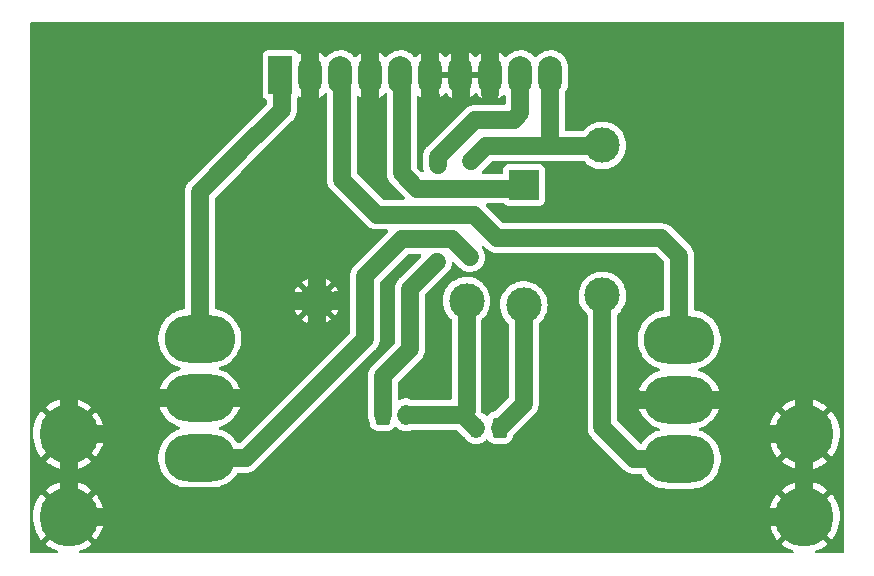
<source format=gbr>
G04 #@! TF.GenerationSoftware,KiCad,Pcbnew,(6.0.5)*
G04 #@! TF.CreationDate,2022-05-10T18:56:39+02:00*
G04 #@! TF.ProjectId,PCB_potencjometry_SN1533,5043425f-706f-4746-956e-636a6f6d6574,rev?*
G04 #@! TF.SameCoordinates,Original*
G04 #@! TF.FileFunction,Copper,L2,Bot*
G04 #@! TF.FilePolarity,Positive*
%FSLAX46Y46*%
G04 Gerber Fmt 4.6, Leading zero omitted, Abs format (unit mm)*
G04 Created by KiCad (PCBNEW (6.0.5)) date 2022-05-10 18:56:39*
%MOMM*%
%LPD*%
G01*
G04 APERTURE LIST*
G04 Aperture macros list*
%AMRoundRect*
0 Rectangle with rounded corners*
0 $1 Rounding radius*
0 $2 $3 $4 $5 $6 $7 $8 $9 X,Y pos of 4 corners*
0 Add a 4 corners polygon primitive as box body*
4,1,4,$2,$3,$4,$5,$6,$7,$8,$9,$2,$3,0*
0 Add four circle primitives for the rounded corners*
1,1,$1+$1,$2,$3*
1,1,$1+$1,$4,$5*
1,1,$1+$1,$6,$7*
1,1,$1+$1,$8,$9*
0 Add four rect primitives between the rounded corners*
20,1,$1+$1,$2,$3,$4,$5,0*
20,1,$1+$1,$4,$5,$6,$7,0*
20,1,$1+$1,$6,$7,$8,$9,0*
20,1,$1+$1,$8,$9,$2,$3,0*%
G04 Aperture macros list end*
G04 #@! TA.AperFunction,ComponentPad*
%ADD10R,2.000000X3.200000*%
G04 #@! TD*
G04 #@! TA.AperFunction,ComponentPad*
%ADD11O,2.000000X3.200000*%
G04 #@! TD*
G04 #@! TA.AperFunction,ComponentPad*
%ADD12R,2.500000X2.500000*%
G04 #@! TD*
G04 #@! TA.AperFunction,ComponentPad*
%ADD13C,3.000000*%
G04 #@! TD*
G04 #@! TA.AperFunction,ComponentPad*
%ADD14RoundRect,0.250000X-0.350000X-0.625000X0.350000X-0.625000X0.350000X0.625000X-0.350000X0.625000X0*%
G04 #@! TD*
G04 #@! TA.AperFunction,ComponentPad*
%ADD15O,1.200000X1.750000*%
G04 #@! TD*
G04 #@! TA.AperFunction,ComponentPad*
%ADD16O,6.000000X4.000000*%
G04 #@! TD*
G04 #@! TA.AperFunction,ComponentPad*
%ADD17C,5.000000*%
G04 #@! TD*
G04 #@! TA.AperFunction,ComponentPad*
%ADD18RoundRect,0.250000X0.350000X0.625000X-0.350000X0.625000X-0.350000X-0.625000X0.350000X-0.625000X0*%
G04 #@! TD*
G04 #@! TA.AperFunction,ViaPad*
%ADD19C,0.800000*%
G04 #@! TD*
G04 #@! TA.AperFunction,Conductor*
%ADD20C,1.500000*%
G04 #@! TD*
G04 APERTURE END LIST*
D10*
G04 #@! TO.P,J1,1,Pin_1*
G04 #@! TO.N,Net-(J1-Pad1)*
X138940000Y-82300000D03*
D11*
G04 #@! TO.P,J1,2,Pin_2*
G04 #@! TO.N,GND*
X141480000Y-82300000D03*
G04 #@! TO.P,J1,3,Pin_3*
G04 #@! TO.N,Net-(J1-Pad3)*
X144020000Y-82300000D03*
G04 #@! TO.P,J1,4,Pin_4*
G04 #@! TO.N,GND*
X146560000Y-82300000D03*
G04 #@! TO.P,J1,5,Pin_5*
G04 #@! TO.N,Net-(D1-Pad1)*
X149100000Y-82300000D03*
G04 #@! TO.P,J1,6,Pin_6*
G04 #@! TO.N,GND*
X151640000Y-82300000D03*
G04 #@! TO.P,J1,7,Pin_7*
X154180000Y-82300000D03*
G04 #@! TO.P,J1,8,Pin_8*
X156720000Y-82300000D03*
G04 #@! TO.P,J1,9,Pin_9*
G04 #@! TO.N,Net-(J1-Pad9)*
X159260000Y-82300000D03*
G04 #@! TO.P,J1,10,Pin_10*
G04 #@! TO.N,Net-(J1-Pad10)*
X161800000Y-82300000D03*
G04 #@! TD*
D12*
G04 #@! TO.P,D1,1,K*
G04 #@! TO.N,Net-(D1-Pad1)*
X159550000Y-91595000D03*
D13*
G04 #@! TO.P,D1,2,A*
G04 #@! TO.N,Net-(D1-Pad2)*
X159550000Y-101755000D03*
G04 #@! TD*
G04 #@! TO.P,R2,1*
G04 #@! TO.N,Net-(R2-Pad1)*
X154700000Y-101400000D03*
G04 #@! TO.P,R2,2*
G04 #@! TO.N,GND*
X142000000Y-101400000D03*
G04 #@! TD*
D14*
G04 #@! TO.P,J3,1,Pin_1*
G04 #@! TO.N,Net-(J1-Pad9)*
X147600000Y-111050000D03*
D15*
G04 #@! TO.P,J3,2,Pin_2*
G04 #@! TO.N,Net-(R2-Pad1)*
X149600000Y-111050000D03*
G04 #@! TD*
D16*
G04 #@! TO.P,RV2,1,1*
G04 #@! TO.N,Net-(R1-Pad1)*
X172700000Y-114800000D03*
G04 #@! TO.P,RV2,2,2*
G04 #@! TO.N,GND*
X172700000Y-109762000D03*
G04 #@! TO.P,RV2,3,3*
G04 #@! TO.N,Net-(J1-Pad3)*
X172700000Y-104700000D03*
G04 #@! TD*
D17*
G04 #@! TO.P,REF\u002A\u002A,1*
G04 #@! TO.N,GND*
X121000000Y-119700000D03*
G04 #@! TD*
G04 #@! TO.P,REF\u002A\u002A,1*
G04 #@! TO.N,GND*
X183300000Y-119700000D03*
G04 #@! TD*
D18*
G04 #@! TO.P,J2,1,Pin_1*
G04 #@! TO.N,Net-(D1-Pad2)*
X157500000Y-112150000D03*
D15*
G04 #@! TO.P,J2,2,Pin_2*
G04 #@! TO.N,Net-(R2-Pad1)*
X155500000Y-112150000D03*
G04 #@! TD*
D16*
G04 #@! TO.P,RV1,1,1*
G04 #@! TO.N,Net-(J1-Pad10)*
X132100000Y-114700000D03*
G04 #@! TO.P,RV1,2,2*
G04 #@! TO.N,GND*
X132100000Y-109662000D03*
G04 #@! TO.P,RV1,3,3*
G04 #@! TO.N,Net-(J1-Pad1)*
X132100000Y-104600000D03*
G04 #@! TD*
D13*
G04 #@! TO.P,R1,1*
G04 #@! TO.N,Net-(R1-Pad1)*
X166200000Y-100950000D03*
G04 #@! TO.P,R1,2*
G04 #@! TO.N,Net-(J1-Pad10)*
X166200000Y-88250000D03*
G04 #@! TD*
D17*
G04 #@! TO.P,REF\u002A\u002A,1*
G04 #@! TO.N,GND*
X183300000Y-112700000D03*
G04 #@! TD*
G04 #@! TO.P,REF\u002A\u002A,1*
G04 #@! TO.N,GND*
X121000000Y-112700000D03*
G04 #@! TD*
D19*
G04 #@! TO.N,Net-(J1-Pad10)*
X155000000Y-97700000D03*
X155050000Y-89600000D03*
G04 #@! TO.N,Net-(J1-Pad9)*
X152250000Y-89900000D03*
X152200000Y-98100000D03*
G04 #@! TD*
D20*
G04 #@! TO.N,GND*
X124650000Y-112700000D02*
X124750000Y-112600000D01*
X121000000Y-112700000D02*
X124650000Y-112700000D01*
X125050000Y-119700000D02*
X125100000Y-119650000D01*
X121000000Y-119700000D02*
X125050000Y-119700000D01*
X121000000Y-116650000D02*
X121150000Y-116500000D01*
X121000000Y-119700000D02*
X121000000Y-116650000D01*
X121000000Y-115700000D02*
X121050000Y-115750000D01*
X121000000Y-112700000D02*
X121000000Y-115700000D01*
X121000000Y-112700000D02*
X121000000Y-108600000D01*
X179800000Y-112700000D02*
X179700000Y-112800000D01*
X183300000Y-112700000D02*
X179800000Y-112700000D01*
X179600000Y-119700000D02*
X179550000Y-119650000D01*
X183300000Y-119700000D02*
X179600000Y-119700000D01*
X183300000Y-115850000D02*
X183250000Y-115800000D01*
X183300000Y-119700000D02*
X183300000Y-115850000D01*
X183300000Y-115750000D02*
X183250000Y-115800000D01*
X183300000Y-112700000D02*
X183300000Y-115750000D01*
X183300000Y-112700000D02*
X183300000Y-109500000D01*
X169112000Y-109762000D02*
X169100000Y-109750000D01*
X172700000Y-109762000D02*
X169112000Y-109762000D01*
X176438000Y-109762000D02*
X176450000Y-109750000D01*
X172700000Y-109762000D02*
X176438000Y-109762000D01*
X127512000Y-109662000D02*
X127500000Y-109650000D01*
X132100000Y-109662000D02*
X127512000Y-109662000D01*
X135688000Y-109662000D02*
X135700000Y-109650000D01*
X132100000Y-109662000D02*
X135688000Y-109662000D01*
X143650000Y-101400000D02*
X143700000Y-101350000D01*
X142000000Y-101400000D02*
X143650000Y-101400000D01*
X142000000Y-103350000D02*
X141950000Y-103400000D01*
X142000000Y-101400000D02*
X142000000Y-103350000D01*
X142000000Y-101400000D02*
X142000000Y-98800000D01*
X139800000Y-101400000D02*
X139700000Y-101500000D01*
X142000000Y-101400000D02*
X139800000Y-101400000D01*
X156720000Y-83880000D02*
X156700000Y-83900000D01*
X156720000Y-82300000D02*
X156720000Y-83880000D01*
X156720000Y-80280000D02*
X156720000Y-82300000D01*
X156720000Y-80280000D02*
X156750000Y-80250000D01*
X154250000Y-82370000D02*
X154180000Y-82300000D01*
X154250000Y-84200000D02*
X154250000Y-82370000D01*
X154180000Y-80230000D02*
X154180000Y-82300000D01*
X154180000Y-80230000D02*
X154150000Y-80200000D01*
X151650000Y-84100000D02*
X151640000Y-84090000D01*
X151640000Y-82300000D02*
X151640000Y-84090000D01*
X151640000Y-80110000D02*
X151640000Y-82300000D01*
X151640000Y-80110000D02*
X151650000Y-80100000D01*
X146560000Y-84290000D02*
X146550000Y-84300000D01*
X146560000Y-82300000D02*
X146560000Y-84290000D01*
X146560000Y-79990000D02*
X146560000Y-82300000D01*
X146560000Y-79990000D02*
X146600000Y-79950000D01*
X141480000Y-84480000D02*
X141500000Y-84500000D01*
X141480000Y-82300000D02*
X141480000Y-84480000D01*
X141480000Y-80020000D02*
X141480000Y-82300000D01*
X141480000Y-80020000D02*
X141500000Y-80000000D01*
G04 #@! TO.N,Net-(D1-Pad2)*
X159550000Y-101755000D02*
X159550000Y-110100000D01*
X159550000Y-110100000D02*
X157500000Y-112150000D01*
G04 #@! TO.N,Net-(J1-Pad1)*
X132100000Y-104600000D02*
X132100000Y-92200000D01*
X139060000Y-82420000D02*
X138940000Y-82300000D01*
X139060000Y-85240000D02*
X139060000Y-82420000D01*
X132100000Y-92200000D02*
X136900000Y-87400000D01*
X136950000Y-87350000D02*
X139060000Y-85240000D01*
G04 #@! TO.N,GND*
X130850000Y-109750000D02*
X130868000Y-109732000D01*
G04 #@! TO.N,Net-(J1-Pad3)*
X147100000Y-94100000D02*
X144140000Y-91140000D01*
X144140000Y-82420000D02*
X144020000Y-82300000D01*
X172700000Y-104700000D02*
X172700000Y-97600000D01*
X171200000Y-96100000D02*
X157300000Y-96100000D01*
X172700000Y-97600000D02*
X171200000Y-96100000D01*
X144140000Y-91140000D02*
X144140000Y-82420000D01*
X155300000Y-94100000D02*
X147100000Y-94100000D01*
X157300000Y-96100000D02*
X155300000Y-94100000D01*
G04 #@! TO.N,Net-(J1-Pad10)*
X153500000Y-96200000D02*
X149200000Y-96200000D01*
X166200000Y-88250000D02*
X166150000Y-88300000D01*
X146100000Y-104600000D02*
X136000000Y-114700000D01*
X155000000Y-97700000D02*
X153500000Y-96200000D01*
X136000000Y-114700000D02*
X132100000Y-114700000D01*
X161800000Y-82300000D02*
X161800000Y-87900000D01*
X149200000Y-96200000D02*
X146100000Y-99300000D01*
X166150000Y-88300000D02*
X156350000Y-88300000D01*
X146100000Y-99300000D02*
X146100000Y-104600000D01*
X156350000Y-88300000D02*
X155050000Y-89600000D01*
G04 #@! TO.N,Net-(R1-Pad1)*
X166200000Y-100950000D02*
X166200000Y-112100000D01*
X168900000Y-114800000D02*
X172700000Y-114800000D01*
X166200000Y-112100000D02*
X168900000Y-114800000D01*
G04 #@! TO.N,Net-(D1-Pad1)*
X150500000Y-91900000D02*
X149220000Y-90620000D01*
X159245000Y-91900000D02*
X150500000Y-91900000D01*
X159550000Y-91595000D02*
X159245000Y-91900000D01*
X149220000Y-82420000D02*
X149100000Y-82300000D01*
X149220000Y-90620000D02*
X149220000Y-82420000D01*
G04 #@! TO.N,Net-(J1-Pad9)*
X149900000Y-100400000D02*
X149900000Y-105500000D01*
X159260000Y-82300000D02*
X159260000Y-85540000D01*
X159260000Y-85540000D02*
X158700000Y-86100000D01*
X147600000Y-107800000D02*
X147600000Y-111050000D01*
X158700000Y-86100000D02*
X155400000Y-86100000D01*
X152250000Y-89250000D02*
X152250000Y-89900000D01*
X155400000Y-86100000D02*
X152250000Y-89250000D01*
X149900000Y-105500000D02*
X147600000Y-107800000D01*
X152200000Y-98100000D02*
X149900000Y-100400000D01*
G04 #@! TO.N,Net-(R2-Pad1)*
X149600000Y-111050000D02*
X154400000Y-111050000D01*
X154700000Y-110750000D02*
X154400000Y-111050000D01*
X154400000Y-111050000D02*
X155500000Y-112150000D01*
X154700000Y-101400000D02*
X154700000Y-110750000D01*
G04 #@! TD*
G04 #@! TA.AperFunction,Conductor*
G04 #@! TO.N,GND*
G36*
X186633621Y-77828502D02*
G01*
X186680114Y-77882158D01*
X186691500Y-77934500D01*
X186691500Y-122665500D01*
X186671498Y-122733621D01*
X186617842Y-122780114D01*
X186565500Y-122791500D01*
X184319239Y-122791500D01*
X184251118Y-122771498D01*
X184204625Y-122717842D01*
X184194521Y-122647568D01*
X184224015Y-122582988D01*
X184282190Y-122545070D01*
X184346819Y-122525187D01*
X184353597Y-122522667D01*
X184664603Y-122386145D01*
X184671043Y-122382864D01*
X184964293Y-122211502D01*
X184970326Y-122207493D01*
X185228828Y-122013405D01*
X185237282Y-122002078D01*
X185230537Y-121989748D01*
X183312810Y-120072020D01*
X183298869Y-120064408D01*
X183297034Y-120064539D01*
X183290420Y-120068790D01*
X181371474Y-121987737D01*
X181363860Y-122001681D01*
X181363878Y-122001933D01*
X181369793Y-122010677D01*
X181401111Y-122039174D01*
X181406748Y-122043738D01*
X181682544Y-122241918D01*
X181688682Y-122245813D01*
X181985435Y-122410984D01*
X181991955Y-122414136D01*
X182305738Y-122544109D01*
X182312624Y-122546507D01*
X182370379Y-122587797D01*
X182396643Y-122653757D01*
X182383076Y-122723446D01*
X182333987Y-122774737D01*
X182271191Y-122791500D01*
X122019239Y-122791500D01*
X121951118Y-122771498D01*
X121904625Y-122717842D01*
X121894521Y-122647568D01*
X121924015Y-122582988D01*
X121982190Y-122545070D01*
X122046819Y-122525187D01*
X122053597Y-122522667D01*
X122364603Y-122386145D01*
X122371043Y-122382864D01*
X122664293Y-122211502D01*
X122670326Y-122207493D01*
X122928828Y-122013405D01*
X122937282Y-122002078D01*
X122930537Y-121989748D01*
X121012810Y-120072020D01*
X120998869Y-120064408D01*
X120997034Y-120064539D01*
X120990420Y-120068790D01*
X119071474Y-121987737D01*
X119063860Y-122001681D01*
X119063878Y-122001933D01*
X119069793Y-122010677D01*
X119101111Y-122039174D01*
X119106748Y-122043738D01*
X119382544Y-122241918D01*
X119388682Y-122245813D01*
X119685435Y-122410984D01*
X119691955Y-122414136D01*
X120005738Y-122544109D01*
X120012624Y-122546507D01*
X120070379Y-122587797D01*
X120096643Y-122653757D01*
X120083076Y-122723446D01*
X120033987Y-122774737D01*
X119971191Y-122791500D01*
X117834500Y-122791500D01*
X117766379Y-122771498D01*
X117719886Y-122717842D01*
X117708500Y-122665500D01*
X117708500Y-119608987D01*
X117988484Y-119608987D01*
X117997374Y-119948505D01*
X117997980Y-119955721D01*
X118045835Y-120291963D01*
X118047269Y-120299074D01*
X118133455Y-120627595D01*
X118135692Y-120634478D01*
X118259064Y-120950914D01*
X118262081Y-120957503D01*
X118421002Y-121257652D01*
X118424761Y-121263860D01*
X118617129Y-121543757D01*
X118621574Y-121549486D01*
X118688743Y-121626484D01*
X118701917Y-121634888D01*
X118711769Y-121629020D01*
X120627980Y-119712810D01*
X120634357Y-119701131D01*
X121364408Y-119701131D01*
X121364539Y-119702966D01*
X121368790Y-119709580D01*
X123286268Y-121627057D01*
X123299622Y-121634349D01*
X123309594Y-121627295D01*
X123416641Y-121499267D01*
X123420957Y-121493456D01*
X123607432Y-121209575D01*
X123611046Y-121203313D01*
X123763658Y-120899882D01*
X123766530Y-120893244D01*
X123883249Y-120574293D01*
X123885345Y-120567351D01*
X123964631Y-120237103D01*
X123965915Y-120229964D01*
X124006816Y-119891973D01*
X124007240Y-119886403D01*
X124013010Y-119702797D01*
X124012937Y-119697204D01*
X124007850Y-119608987D01*
X180288484Y-119608987D01*
X180297374Y-119948505D01*
X180297980Y-119955721D01*
X180345835Y-120291963D01*
X180347269Y-120299074D01*
X180433455Y-120627595D01*
X180435692Y-120634478D01*
X180559064Y-120950914D01*
X180562081Y-120957503D01*
X180721002Y-121257652D01*
X180724761Y-121263860D01*
X180917129Y-121543757D01*
X180921574Y-121549486D01*
X180988743Y-121626484D01*
X181001917Y-121634888D01*
X181011769Y-121629020D01*
X182927980Y-119712810D01*
X182934357Y-119701131D01*
X183664408Y-119701131D01*
X183664539Y-119702966D01*
X183668790Y-119709580D01*
X185586268Y-121627057D01*
X185599622Y-121634349D01*
X185609594Y-121627295D01*
X185716641Y-121499267D01*
X185720957Y-121493456D01*
X185907432Y-121209575D01*
X185911046Y-121203313D01*
X186063658Y-120899882D01*
X186066530Y-120893244D01*
X186183249Y-120574293D01*
X186185345Y-120567351D01*
X186264631Y-120237103D01*
X186265915Y-120229964D01*
X186306816Y-119891973D01*
X186307240Y-119886403D01*
X186313010Y-119702797D01*
X186312937Y-119697204D01*
X186293338Y-119357303D01*
X186292506Y-119350113D01*
X186234113Y-119015529D01*
X186232458Y-119008474D01*
X186135998Y-118682834D01*
X186133540Y-118676006D01*
X186000290Y-118363608D01*
X185997073Y-118357125D01*
X185828788Y-118062089D01*
X185824856Y-118056034D01*
X185623774Y-117782295D01*
X185619166Y-117776726D01*
X185613830Y-117770984D01*
X185600178Y-117762866D01*
X185599570Y-117762887D01*
X185591092Y-117768119D01*
X183672020Y-119687190D01*
X183664408Y-119701131D01*
X182934357Y-119701131D01*
X182935592Y-119698869D01*
X182935461Y-119697034D01*
X182931210Y-119690420D01*
X181012374Y-117771585D01*
X180999581Y-117764599D01*
X180988827Y-117772464D01*
X180828037Y-117977527D01*
X180823902Y-117983476D01*
X180646440Y-118273068D01*
X180643019Y-118279447D01*
X180500016Y-118587522D01*
X180497356Y-118594241D01*
X180390711Y-118916707D01*
X180388834Y-118923711D01*
X180319961Y-119256288D01*
X180318904Y-119263449D01*
X180288712Y-119601735D01*
X180288484Y-119608987D01*
X124007850Y-119608987D01*
X123993338Y-119357303D01*
X123992506Y-119350113D01*
X123934113Y-119015529D01*
X123932458Y-119008474D01*
X123835998Y-118682834D01*
X123833540Y-118676006D01*
X123700290Y-118363608D01*
X123697073Y-118357125D01*
X123528788Y-118062089D01*
X123524856Y-118056034D01*
X123323774Y-117782295D01*
X123319166Y-117776726D01*
X123313830Y-117770984D01*
X123300178Y-117762866D01*
X123299570Y-117762887D01*
X123291092Y-117768119D01*
X121372020Y-119687190D01*
X121364408Y-119701131D01*
X120634357Y-119701131D01*
X120635592Y-119698869D01*
X120635461Y-119697034D01*
X120631210Y-119690420D01*
X118712374Y-117771585D01*
X118699581Y-117764599D01*
X118688827Y-117772464D01*
X118528037Y-117977527D01*
X118523902Y-117983476D01*
X118346440Y-118273068D01*
X118343019Y-118279447D01*
X118200016Y-118587522D01*
X118197356Y-118594241D01*
X118090711Y-118916707D01*
X118088834Y-118923711D01*
X118019961Y-119256288D01*
X118018904Y-119263449D01*
X117988712Y-119601735D01*
X117988484Y-119608987D01*
X117708500Y-119608987D01*
X117708500Y-117401048D01*
X119065132Y-117401048D01*
X119071527Y-117412316D01*
X120987190Y-119327980D01*
X121001131Y-119335592D01*
X121002966Y-119335461D01*
X121009580Y-119331210D01*
X122927074Y-117413716D01*
X122933991Y-117401048D01*
X181365132Y-117401048D01*
X181371527Y-117412316D01*
X183287190Y-119327980D01*
X183301131Y-119335592D01*
X183302966Y-119335461D01*
X183309580Y-119331210D01*
X185227074Y-117413716D01*
X185234466Y-117400179D01*
X185227679Y-117390479D01*
X185124476Y-117302335D01*
X185118704Y-117297953D01*
X184836796Y-117108519D01*
X184830575Y-117104839D01*
X184528757Y-116949060D01*
X184522146Y-116946116D01*
X184204439Y-116826065D01*
X184197513Y-116823894D01*
X183868112Y-116741155D01*
X183861005Y-116739799D01*
X183524278Y-116695468D01*
X183517036Y-116694937D01*
X183177467Y-116689602D01*
X183170205Y-116689906D01*
X182832256Y-116723638D01*
X182825108Y-116724770D01*
X182493263Y-116797124D01*
X182486285Y-116799072D01*
X182164960Y-116909086D01*
X182158253Y-116911823D01*
X181851707Y-117058039D01*
X181845349Y-117061534D01*
X181557654Y-117242005D01*
X181551731Y-117246214D01*
X181373601Y-117388923D01*
X181365132Y-117401048D01*
X122933991Y-117401048D01*
X122934466Y-117400179D01*
X122927679Y-117390479D01*
X122824476Y-117302335D01*
X122818704Y-117297953D01*
X122536796Y-117108519D01*
X122530575Y-117104839D01*
X122228757Y-116949060D01*
X122222146Y-116946116D01*
X121904439Y-116826065D01*
X121897513Y-116823894D01*
X121568112Y-116741155D01*
X121561005Y-116739799D01*
X121224278Y-116695468D01*
X121217036Y-116694937D01*
X120877467Y-116689602D01*
X120870205Y-116689906D01*
X120532256Y-116723638D01*
X120525108Y-116724770D01*
X120193263Y-116797124D01*
X120186285Y-116799072D01*
X119864960Y-116909086D01*
X119858253Y-116911823D01*
X119551707Y-117058039D01*
X119545349Y-117061534D01*
X119257654Y-117242005D01*
X119251731Y-117246214D01*
X119073601Y-117388923D01*
X119065132Y-117401048D01*
X117708500Y-117401048D01*
X117708500Y-115001681D01*
X119063860Y-115001681D01*
X119063878Y-115001933D01*
X119069793Y-115010677D01*
X119101111Y-115039174D01*
X119106748Y-115043738D01*
X119382544Y-115241918D01*
X119388682Y-115245813D01*
X119685435Y-115410984D01*
X119691955Y-115414136D01*
X120005738Y-115544109D01*
X120012589Y-115546495D01*
X120339212Y-115639536D01*
X120346301Y-115641120D01*
X120681465Y-115696006D01*
X120688671Y-115696763D01*
X121027926Y-115712762D01*
X121035176Y-115712686D01*
X121374010Y-115689587D01*
X121381219Y-115688676D01*
X121715160Y-115626784D01*
X121722190Y-115625057D01*
X122046819Y-115525187D01*
X122053597Y-115522667D01*
X122364603Y-115386145D01*
X122371043Y-115382864D01*
X122664293Y-115211502D01*
X122670326Y-115207493D01*
X122928828Y-115013405D01*
X122937282Y-115002078D01*
X122930537Y-114989748D01*
X122798610Y-114857821D01*
X128591500Y-114857821D01*
X128631060Y-115170975D01*
X128709557Y-115476702D01*
X128711010Y-115480371D01*
X128711010Y-115480372D01*
X128817221Y-115748629D01*
X128825753Y-115770179D01*
X128827659Y-115773647D01*
X128827660Y-115773648D01*
X128965731Y-116024796D01*
X128977816Y-116046779D01*
X129163346Y-116302140D01*
X129379418Y-116532233D01*
X129622625Y-116733432D01*
X129889131Y-116902562D01*
X129892710Y-116904246D01*
X129892717Y-116904250D01*
X130171144Y-117035267D01*
X130171148Y-117035269D01*
X130174734Y-117036956D01*
X130474928Y-117134495D01*
X130784980Y-117193641D01*
X131021162Y-117208500D01*
X133178838Y-117208500D01*
X133415020Y-117193641D01*
X133725072Y-117134495D01*
X134025266Y-117036956D01*
X134028852Y-117035269D01*
X134028856Y-117035267D01*
X134307283Y-116904250D01*
X134307290Y-116904246D01*
X134310869Y-116902562D01*
X134577375Y-116733432D01*
X134820582Y-116532233D01*
X135036654Y-116302140D01*
X135152057Y-116143301D01*
X135219853Y-116049988D01*
X135219856Y-116049983D01*
X135222184Y-116046779D01*
X135224093Y-116043307D01*
X135224097Y-116043301D01*
X135234817Y-116023800D01*
X135285161Y-115973741D01*
X135345232Y-115958500D01*
X135908604Y-115958500D01*
X135925051Y-115959578D01*
X135941516Y-115961746D01*
X135941520Y-115961746D01*
X135947086Y-115962479D01*
X136028489Y-115958640D01*
X136034424Y-115958500D01*
X136056999Y-115958500D01*
X136082989Y-115956181D01*
X136088248Y-115955822D01*
X136171488Y-115951896D01*
X136176947Y-115950646D01*
X136176952Y-115950645D01*
X136188970Y-115947892D01*
X136205899Y-115945211D01*
X136223762Y-115943617D01*
X136229178Y-115942135D01*
X136229180Y-115942135D01*
X136304133Y-115921630D01*
X136309251Y-115920344D01*
X136385000Y-115902995D01*
X136385002Y-115902994D01*
X136390470Y-115901742D01*
X136400970Y-115897263D01*
X136406967Y-115894706D01*
X136423142Y-115889073D01*
X136435039Y-115885818D01*
X136435043Y-115885817D01*
X136440451Y-115884337D01*
X136515667Y-115848461D01*
X136520476Y-115846290D01*
X136591949Y-115815804D01*
X136591950Y-115815804D01*
X136597109Y-115813603D01*
X136612110Y-115803749D01*
X136627025Y-115795346D01*
X136643218Y-115787622D01*
X136647769Y-115784352D01*
X136647772Y-115784350D01*
X136680996Y-115760476D01*
X136710892Y-115738994D01*
X136715232Y-115736011D01*
X136781010Y-115692804D01*
X136781018Y-115692798D01*
X136784874Y-115690265D01*
X136805662Y-115671743D01*
X136815939Y-115663510D01*
X136825654Y-115656529D01*
X136900063Y-115579745D01*
X136901452Y-115578335D01*
X146925259Y-105554528D01*
X146937651Y-105543660D01*
X146950843Y-105533538D01*
X146950851Y-105533531D01*
X146955292Y-105530123D01*
X147010168Y-105469815D01*
X147014267Y-105465520D01*
X147030198Y-105449589D01*
X147046934Y-105429573D01*
X147050379Y-105425624D01*
X147102703Y-105368121D01*
X147102706Y-105368117D01*
X147106485Y-105363964D01*
X147116013Y-105348775D01*
X147126091Y-105334903D01*
X147133992Y-105325455D01*
X147133997Y-105325448D01*
X147137594Y-105321146D01*
X147178887Y-105248752D01*
X147181592Y-105244232D01*
X147222886Y-105178404D01*
X147222888Y-105178401D01*
X147225864Y-105173656D01*
X147232552Y-105157021D01*
X147240012Y-105141589D01*
X147246120Y-105130881D01*
X147246124Y-105130872D01*
X147248899Y-105126007D01*
X147250768Y-105120730D01*
X147250770Y-105120725D01*
X147276715Y-105047458D01*
X147278580Y-105042522D01*
X147307566Y-104970416D01*
X147309656Y-104965217D01*
X147313294Y-104947650D01*
X147317899Y-104931156D01*
X147323889Y-104914241D01*
X147337359Y-104831990D01*
X147338319Y-104826811D01*
X147354276Y-104749758D01*
X147354276Y-104749757D01*
X147355213Y-104745233D01*
X147356815Y-104717452D01*
X147358262Y-104704347D01*
X147359286Y-104698090D01*
X147359286Y-104698086D01*
X147360194Y-104692543D01*
X147358516Y-104585736D01*
X147358500Y-104583757D01*
X147358500Y-99873477D01*
X147378502Y-99805356D01*
X147395405Y-99784382D01*
X149684383Y-97495405D01*
X149746695Y-97461379D01*
X149773478Y-97458500D01*
X150757522Y-97458500D01*
X150825643Y-97478502D01*
X150872136Y-97532158D01*
X150882240Y-97602432D01*
X150852746Y-97667012D01*
X150846617Y-97673595D01*
X149074737Y-99445475D01*
X149062347Y-99456342D01*
X149044708Y-99469877D01*
X149011998Y-99505825D01*
X148989842Y-99530174D01*
X148985743Y-99534469D01*
X148969802Y-99550410D01*
X148968007Y-99552557D01*
X148968005Y-99552559D01*
X148953068Y-99570423D01*
X148949600Y-99574398D01*
X148897288Y-99631888D01*
X148897281Y-99631897D01*
X148893515Y-99636036D01*
X148890538Y-99640782D01*
X148890537Y-99640783D01*
X148883987Y-99651225D01*
X148873911Y-99665093D01*
X148866004Y-99674549D01*
X148865997Y-99674559D01*
X148862406Y-99678854D01*
X148823415Y-99747213D01*
X148821118Y-99751240D01*
X148818413Y-99755759D01*
X148802602Y-99780965D01*
X148783751Y-99811017D01*
X148774136Y-99826344D01*
X148772043Y-99831549D01*
X148772042Y-99831552D01*
X148767448Y-99842979D01*
X148759988Y-99858411D01*
X148753880Y-99869119D01*
X148753876Y-99869128D01*
X148751101Y-99873993D01*
X148749232Y-99879270D01*
X148749230Y-99879275D01*
X148723285Y-99952542D01*
X148721420Y-99957478D01*
X148690344Y-100034783D01*
X148689208Y-100040270D01*
X148689207Y-100040272D01*
X148686706Y-100052349D01*
X148682101Y-100068844D01*
X148676111Y-100085759D01*
X148668017Y-100135188D01*
X148662643Y-100168001D01*
X148661683Y-100173180D01*
X148644787Y-100254767D01*
X148644521Y-100259379D01*
X148644521Y-100259380D01*
X148643185Y-100282548D01*
X148641738Y-100295653D01*
X148640714Y-100301910D01*
X148639806Y-100307457D01*
X148639894Y-100313070D01*
X148639894Y-100313072D01*
X148641484Y-100414264D01*
X148641500Y-100416243D01*
X148641500Y-104926522D01*
X148621498Y-104994643D01*
X148604595Y-105015617D01*
X146774737Y-106845475D01*
X146762347Y-106856342D01*
X146744708Y-106869877D01*
X146716900Y-106900438D01*
X146689842Y-106930174D01*
X146685743Y-106934469D01*
X146669802Y-106950410D01*
X146668007Y-106952557D01*
X146668005Y-106952559D01*
X146653068Y-106970423D01*
X146649600Y-106974398D01*
X146597288Y-107031888D01*
X146597281Y-107031897D01*
X146593515Y-107036036D01*
X146590538Y-107040782D01*
X146590537Y-107040783D01*
X146583987Y-107051225D01*
X146573911Y-107065093D01*
X146566004Y-107074549D01*
X146565997Y-107074559D01*
X146562406Y-107078854D01*
X146543825Y-107111430D01*
X146521118Y-107151240D01*
X146518408Y-107155768D01*
X146483747Y-107211023D01*
X146474136Y-107226344D01*
X146472043Y-107231549D01*
X146472042Y-107231552D01*
X146467448Y-107242979D01*
X146459988Y-107258411D01*
X146453880Y-107269119D01*
X146453876Y-107269128D01*
X146451101Y-107273993D01*
X146449232Y-107279270D01*
X146449230Y-107279275D01*
X146423285Y-107352542D01*
X146421420Y-107357478D01*
X146390344Y-107434783D01*
X146389208Y-107440270D01*
X146389207Y-107440272D01*
X146386706Y-107452349D01*
X146382101Y-107468844D01*
X146376111Y-107485759D01*
X146363626Y-107562001D01*
X146362643Y-107568001D01*
X146361683Y-107573180D01*
X146344787Y-107654767D01*
X146344521Y-107659379D01*
X146344521Y-107659380D01*
X146343185Y-107682548D01*
X146341738Y-107695653D01*
X146340714Y-107701910D01*
X146339806Y-107707457D01*
X146339894Y-107713070D01*
X146339894Y-107713072D01*
X146341484Y-107814264D01*
X146341500Y-107816243D01*
X146341500Y-111106999D01*
X146341749Y-111109786D01*
X146341749Y-111109792D01*
X146343899Y-111133879D01*
X146356383Y-111273762D01*
X146357864Y-111279176D01*
X146357865Y-111279181D01*
X146380962Y-111363608D01*
X146415663Y-111490451D01*
X146466195Y-111596393D01*
X146479226Y-111623713D01*
X146491500Y-111677958D01*
X146491500Y-111725400D01*
X146502474Y-111831166D01*
X146504655Y-111837702D01*
X146504655Y-111837704D01*
X146535135Y-111929064D01*
X146558450Y-111998946D01*
X146651522Y-112149348D01*
X146776697Y-112274305D01*
X146782927Y-112278145D01*
X146782928Y-112278146D01*
X146920658Y-112363044D01*
X146927262Y-112367115D01*
X146952217Y-112375392D01*
X147088611Y-112420632D01*
X147088613Y-112420632D01*
X147095139Y-112422797D01*
X147101975Y-112423497D01*
X147101978Y-112423498D01*
X147140386Y-112427433D01*
X147199600Y-112433500D01*
X148000400Y-112433500D01*
X148003646Y-112433163D01*
X148003650Y-112433163D01*
X148099308Y-112423238D01*
X148099312Y-112423237D01*
X148106166Y-112422526D01*
X148112702Y-112420345D01*
X148112704Y-112420345D01*
X148247443Y-112375392D01*
X148273946Y-112366550D01*
X148424348Y-112273478D01*
X148549305Y-112148303D01*
X148581075Y-112096764D01*
X148633846Y-112049271D01*
X148703918Y-112037847D01*
X148769042Y-112066121D01*
X148787418Y-112085045D01*
X148793604Y-112092920D01*
X148798135Y-112096852D01*
X148798138Y-112096855D01*
X148878252Y-112166374D01*
X148953363Y-112231552D01*
X148958549Y-112234552D01*
X148958553Y-112234555D01*
X149086372Y-112308500D01*
X149136454Y-112337473D01*
X149336271Y-112406861D01*
X149342206Y-112407722D01*
X149342208Y-112407722D01*
X149539664Y-112436352D01*
X149539667Y-112436352D01*
X149545604Y-112437213D01*
X149756899Y-112427433D01*
X149888077Y-112395819D01*
X149956701Y-112379281D01*
X149956703Y-112379280D01*
X149962534Y-112377875D01*
X149967992Y-112375393D01*
X149967996Y-112375392D01*
X150090265Y-112319799D01*
X150142416Y-112308500D01*
X153826523Y-112308500D01*
X153894644Y-112328502D01*
X153915618Y-112345405D01*
X154513079Y-112942866D01*
X154536000Y-112974269D01*
X154550000Y-113001451D01*
X154562942Y-113026580D01*
X154693604Y-113192920D01*
X154698135Y-113196852D01*
X154698138Y-113196855D01*
X154784058Y-113271412D01*
X154853363Y-113331552D01*
X154858549Y-113334552D01*
X154858553Y-113334555D01*
X154954957Y-113390326D01*
X155036454Y-113437473D01*
X155236271Y-113506861D01*
X155242206Y-113507722D01*
X155242208Y-113507722D01*
X155439664Y-113536352D01*
X155439667Y-113536352D01*
X155445604Y-113537213D01*
X155656899Y-113527433D01*
X155801758Y-113492522D01*
X155856701Y-113479281D01*
X155856703Y-113479280D01*
X155862534Y-113477875D01*
X155867992Y-113475393D01*
X155867996Y-113475392D01*
X156023704Y-113404595D01*
X156055087Y-113390326D01*
X156227611Y-113267946D01*
X156231753Y-113263619D01*
X156231759Y-113263614D01*
X156318806Y-113172683D01*
X156380361Y-113137306D01*
X156451270Y-113140825D01*
X156509021Y-113182121D01*
X156516965Y-113193504D01*
X156551522Y-113249348D01*
X156676697Y-113374305D01*
X156682927Y-113378145D01*
X156682928Y-113378146D01*
X156820090Y-113462694D01*
X156827262Y-113467115D01*
X156852217Y-113475392D01*
X156988611Y-113520632D01*
X156988613Y-113520632D01*
X156995139Y-113522797D01*
X157001975Y-113523497D01*
X157001978Y-113523498D01*
X157040386Y-113527433D01*
X157099600Y-113533500D01*
X157900400Y-113533500D01*
X157903646Y-113533163D01*
X157903650Y-113533163D01*
X157999308Y-113523238D01*
X157999312Y-113523237D01*
X158006166Y-113522526D01*
X158012702Y-113520345D01*
X158012704Y-113520345D01*
X158147443Y-113475392D01*
X158173946Y-113466550D01*
X158324348Y-113373478D01*
X158449305Y-113248303D01*
X158456209Y-113237103D01*
X158538275Y-113103968D01*
X158538276Y-113103966D01*
X158542115Y-113097738D01*
X158574294Y-113000720D01*
X158595632Y-112936389D01*
X158595632Y-112936387D01*
X158597797Y-112929861D01*
X158598695Y-112921103D01*
X158604403Y-112865387D01*
X158631244Y-112799660D01*
X158640652Y-112789135D01*
X160375259Y-111054528D01*
X160387651Y-111043660D01*
X160400843Y-111033538D01*
X160400851Y-111033531D01*
X160405292Y-111030123D01*
X160460168Y-110969815D01*
X160464267Y-110965520D01*
X160480198Y-110949589D01*
X160496934Y-110929573D01*
X160500379Y-110925624D01*
X160552703Y-110868121D01*
X160552706Y-110868117D01*
X160556485Y-110863964D01*
X160566013Y-110848775D01*
X160576091Y-110834903D01*
X160583992Y-110825455D01*
X160583997Y-110825448D01*
X160587594Y-110821146D01*
X160628887Y-110748752D01*
X160631592Y-110744232D01*
X160638163Y-110733758D01*
X160675864Y-110673656D01*
X160682552Y-110657021D01*
X160690012Y-110641589D01*
X160696120Y-110630881D01*
X160696124Y-110630872D01*
X160698899Y-110626007D01*
X160700768Y-110620730D01*
X160700770Y-110620725D01*
X160726715Y-110547458D01*
X160728580Y-110542522D01*
X160757566Y-110470416D01*
X160759656Y-110465217D01*
X160763294Y-110447650D01*
X160767899Y-110431156D01*
X160773889Y-110414241D01*
X160774796Y-110408703D01*
X160787355Y-110332009D01*
X160788317Y-110326819D01*
X160804277Y-110249754D01*
X160804278Y-110249750D01*
X160805213Y-110245233D01*
X160806815Y-110217452D01*
X160808262Y-110204347D01*
X160809286Y-110198090D01*
X160809286Y-110198083D01*
X160810194Y-110192542D01*
X160808516Y-110085736D01*
X160808500Y-110083757D01*
X160808500Y-103381876D01*
X160828502Y-103313755D01*
X160856753Y-103282723D01*
X160893708Y-103253746D01*
X160893716Y-103253739D01*
X160897089Y-103251094D01*
X160938809Y-103208043D01*
X161084686Y-103057509D01*
X161087669Y-103054431D01*
X161090202Y-103050983D01*
X161090206Y-103050978D01*
X161247257Y-102837178D01*
X161249795Y-102833723D01*
X161277154Y-102783334D01*
X161378418Y-102596830D01*
X161378419Y-102596828D01*
X161380468Y-102593054D01*
X161453467Y-102399867D01*
X161475751Y-102340895D01*
X161475752Y-102340891D01*
X161477269Y-102336877D01*
X161512581Y-102182697D01*
X161537449Y-102074117D01*
X161537450Y-102074113D01*
X161538407Y-102069933D01*
X161542750Y-102021279D01*
X161562531Y-101799627D01*
X161562531Y-101799625D01*
X161562751Y-101797161D01*
X161562847Y-101788054D01*
X161563167Y-101757484D01*
X161563167Y-101757483D01*
X161563193Y-101755000D01*
X161560747Y-101719117D01*
X161544859Y-101486055D01*
X161544858Y-101486049D01*
X161544567Y-101481778D01*
X161528246Y-101402965D01*
X161489901Y-101217809D01*
X161489032Y-101213612D01*
X161485034Y-101202320D01*
X161399048Y-100959506D01*
X161397617Y-100955465D01*
X161383915Y-100928918D01*
X164186917Y-100928918D01*
X164202682Y-101202320D01*
X164203507Y-101206525D01*
X164203508Y-101206533D01*
X164214127Y-101260657D01*
X164255405Y-101471053D01*
X164256792Y-101475103D01*
X164256793Y-101475108D01*
X164342723Y-101726088D01*
X164344112Y-101730144D01*
X164467160Y-101974799D01*
X164469586Y-101978328D01*
X164469589Y-101978334D01*
X164610045Y-102182697D01*
X164622274Y-102200490D01*
X164625161Y-102203663D01*
X164625162Y-102203664D01*
X164803692Y-102399867D01*
X164806582Y-102403043D01*
X164809877Y-102405798D01*
X164809878Y-102405799D01*
X164896322Y-102478077D01*
X164935752Y-102537118D01*
X164941500Y-102574740D01*
X164941500Y-112008604D01*
X164940422Y-112025051D01*
X164937521Y-112047086D01*
X164939460Y-112088206D01*
X164941360Y-112128488D01*
X164941500Y-112134424D01*
X164941500Y-112156999D01*
X164942337Y-112166374D01*
X164943819Y-112182988D01*
X164944178Y-112188248D01*
X164948104Y-112271488D01*
X164949354Y-112276947D01*
X164949355Y-112276952D01*
X164952108Y-112288970D01*
X164954789Y-112305899D01*
X164956383Y-112323762D01*
X164957865Y-112329178D01*
X164957865Y-112329180D01*
X164978370Y-112404133D01*
X164979656Y-112409251D01*
X164983499Y-112426028D01*
X164998258Y-112490470D01*
X165000460Y-112495632D01*
X165005294Y-112506967D01*
X165010927Y-112523142D01*
X165015663Y-112540451D01*
X165018079Y-112545516D01*
X165051539Y-112615667D01*
X165053710Y-112620476D01*
X165086397Y-112697109D01*
X165096251Y-112712110D01*
X165104654Y-112727025D01*
X165112378Y-112743218D01*
X165115648Y-112747769D01*
X165115650Y-112747772D01*
X165160999Y-112810881D01*
X165163989Y-112815232D01*
X165207196Y-112881010D01*
X165207202Y-112881018D01*
X165209735Y-112884874D01*
X165228257Y-112905662D01*
X165236490Y-112915939D01*
X165243471Y-112925654D01*
X165293638Y-112974269D01*
X165320254Y-113000062D01*
X165321664Y-113001451D01*
X167945475Y-115625263D01*
X167956342Y-115637653D01*
X167969877Y-115655292D01*
X168006566Y-115688676D01*
X168030174Y-115710158D01*
X168034469Y-115714257D01*
X168050411Y-115730199D01*
X168052558Y-115731994D01*
X168052560Y-115731996D01*
X168070424Y-115746933D01*
X168074399Y-115750401D01*
X168131888Y-115802712D01*
X168131897Y-115802719D01*
X168136036Y-115806485D01*
X168140782Y-115809462D01*
X168140783Y-115809463D01*
X168151225Y-115816013D01*
X168165093Y-115826089D01*
X168174549Y-115833996D01*
X168174559Y-115834003D01*
X168178854Y-115837594D01*
X168251240Y-115878882D01*
X168255759Y-115881587D01*
X168271303Y-115891337D01*
X168321596Y-115922886D01*
X168321599Y-115922888D01*
X168326344Y-115925864D01*
X168331549Y-115927957D01*
X168331552Y-115927958D01*
X168342979Y-115932552D01*
X168358411Y-115940012D01*
X168369119Y-115946120D01*
X168369128Y-115946124D01*
X168373993Y-115948899D01*
X168379270Y-115950768D01*
X168379275Y-115950770D01*
X168452542Y-115976715D01*
X168457478Y-115978580D01*
X168534783Y-116009656D01*
X168540270Y-116010792D01*
X168540272Y-116010793D01*
X168552349Y-116013294D01*
X168568844Y-116017899D01*
X168585759Y-116023889D01*
X168591296Y-116024796D01*
X168591297Y-116024796D01*
X168667991Y-116037355D01*
X168673181Y-116038317D01*
X168750246Y-116054277D01*
X168750250Y-116054278D01*
X168754767Y-116055213D01*
X168759376Y-116055479D01*
X168759378Y-116055479D01*
X168782548Y-116056815D01*
X168795653Y-116058262D01*
X168801910Y-116059286D01*
X168801917Y-116059286D01*
X168807458Y-116060194D01*
X168813070Y-116060106D01*
X168813072Y-116060106D01*
X168914264Y-116058516D01*
X168916243Y-116058500D01*
X169454768Y-116058500D01*
X169522889Y-116078502D01*
X169565183Y-116123800D01*
X169575903Y-116143301D01*
X169575907Y-116143307D01*
X169577816Y-116146779D01*
X169763346Y-116402140D01*
X169979418Y-116632233D01*
X170222625Y-116833432D01*
X170489131Y-117002562D01*
X170492710Y-117004246D01*
X170492717Y-117004250D01*
X170771144Y-117135267D01*
X170771148Y-117135269D01*
X170774734Y-117136956D01*
X171074928Y-117234495D01*
X171384980Y-117293641D01*
X171621162Y-117308500D01*
X173778838Y-117308500D01*
X174015020Y-117293641D01*
X174325072Y-117234495D01*
X174625266Y-117136956D01*
X174628852Y-117135269D01*
X174628856Y-117135267D01*
X174907283Y-117004250D01*
X174907290Y-117004246D01*
X174910869Y-117002562D01*
X175177375Y-116833432D01*
X175420582Y-116632233D01*
X175636654Y-116402140D01*
X175822184Y-116146779D01*
X175871643Y-116056815D01*
X175972340Y-115873648D01*
X175972341Y-115873647D01*
X175974247Y-115870179D01*
X175983295Y-115847328D01*
X176088990Y-115580372D01*
X176088990Y-115580371D01*
X176090443Y-115576702D01*
X176168940Y-115270975D01*
X176202959Y-115001681D01*
X181363860Y-115001681D01*
X181363878Y-115001933D01*
X181369793Y-115010677D01*
X181401111Y-115039174D01*
X181406748Y-115043738D01*
X181682544Y-115241918D01*
X181688682Y-115245813D01*
X181985435Y-115410984D01*
X181991955Y-115414136D01*
X182305738Y-115544109D01*
X182312589Y-115546495D01*
X182639212Y-115639536D01*
X182646301Y-115641120D01*
X182981465Y-115696006D01*
X182988671Y-115696763D01*
X183327926Y-115712762D01*
X183335176Y-115712686D01*
X183674010Y-115689587D01*
X183681219Y-115688676D01*
X184015160Y-115626784D01*
X184022190Y-115625057D01*
X184346819Y-115525187D01*
X184353597Y-115522667D01*
X184664603Y-115386145D01*
X184671043Y-115382864D01*
X184964293Y-115211502D01*
X184970326Y-115207493D01*
X185228828Y-115013405D01*
X185237282Y-115002078D01*
X185230537Y-114989748D01*
X183312810Y-113072020D01*
X183298869Y-113064408D01*
X183297034Y-113064539D01*
X183290420Y-113068790D01*
X181371474Y-114987737D01*
X181363860Y-115001681D01*
X176202959Y-115001681D01*
X176208500Y-114957821D01*
X176208500Y-114642179D01*
X176168940Y-114329025D01*
X176090443Y-114023298D01*
X175974247Y-113729821D01*
X175972340Y-113726352D01*
X175824093Y-113456693D01*
X175824091Y-113456690D01*
X175822184Y-113453221D01*
X175636654Y-113197860D01*
X175420582Y-112967767D01*
X175177375Y-112766568D01*
X174929067Y-112608987D01*
X180288484Y-112608987D01*
X180297374Y-112948505D01*
X180297980Y-112955721D01*
X180345835Y-113291963D01*
X180347269Y-113299074D01*
X180433455Y-113627595D01*
X180435692Y-113634478D01*
X180559064Y-113950914D01*
X180562081Y-113957503D01*
X180721002Y-114257652D01*
X180724761Y-114263860D01*
X180917129Y-114543757D01*
X180921574Y-114549486D01*
X180988743Y-114626484D01*
X181001917Y-114634888D01*
X181011769Y-114629020D01*
X182927980Y-112712810D01*
X182934357Y-112701131D01*
X183664408Y-112701131D01*
X183664539Y-112702966D01*
X183668790Y-112709580D01*
X185586268Y-114627057D01*
X185599622Y-114634349D01*
X185609594Y-114627295D01*
X185716641Y-114499267D01*
X185720957Y-114493456D01*
X185907432Y-114209575D01*
X185911046Y-114203313D01*
X186063658Y-113899882D01*
X186066530Y-113893244D01*
X186183249Y-113574293D01*
X186185345Y-113567351D01*
X186264631Y-113237103D01*
X186265915Y-113229964D01*
X186306816Y-112891973D01*
X186307240Y-112886403D01*
X186313010Y-112702797D01*
X186312937Y-112697204D01*
X186293338Y-112357303D01*
X186292506Y-112350113D01*
X186234113Y-112015529D01*
X186232458Y-112008474D01*
X186135998Y-111682834D01*
X186133540Y-111676006D01*
X186000290Y-111363608D01*
X185997073Y-111357125D01*
X185828788Y-111062089D01*
X185824856Y-111056034D01*
X185623774Y-110782295D01*
X185619166Y-110776726D01*
X185613830Y-110770984D01*
X185600178Y-110762866D01*
X185599570Y-110762887D01*
X185591092Y-110768119D01*
X183672020Y-112687190D01*
X183664408Y-112701131D01*
X182934357Y-112701131D01*
X182935592Y-112698869D01*
X182935461Y-112697034D01*
X182931210Y-112690420D01*
X181012374Y-110771585D01*
X180999581Y-110764599D01*
X180988827Y-110772464D01*
X180828037Y-110977527D01*
X180823902Y-110983476D01*
X180646440Y-111273068D01*
X180643019Y-111279447D01*
X180500016Y-111587522D01*
X180497356Y-111594241D01*
X180390711Y-111916707D01*
X180388834Y-111923711D01*
X180319961Y-112256288D01*
X180318904Y-112263449D01*
X180288712Y-112601735D01*
X180288484Y-112608987D01*
X174929067Y-112608987D01*
X174910869Y-112597438D01*
X174907290Y-112595754D01*
X174907283Y-112595750D01*
X174628856Y-112464733D01*
X174628852Y-112464731D01*
X174625266Y-112463044D01*
X174545767Y-112437213D01*
X174432991Y-112400570D01*
X174374385Y-112360497D01*
X174346748Y-112295100D01*
X174358855Y-112225143D01*
X174406861Y-112172837D01*
X174432991Y-112160904D01*
X174621309Y-112099716D01*
X174628672Y-112096801D01*
X174907041Y-111965811D01*
X174913974Y-111961999D01*
X175173729Y-111797153D01*
X175180132Y-111792502D01*
X175417187Y-111596393D01*
X175422954Y-111590977D01*
X175633557Y-111366707D01*
X175638596Y-111360616D01*
X175819430Y-111111719D01*
X175823670Y-111105039D01*
X175971890Y-110835428D01*
X175975247Y-110828293D01*
X176088508Y-110542230D01*
X176090953Y-110534704D01*
X176125270Y-110401048D01*
X181365132Y-110401048D01*
X181371527Y-110412316D01*
X183287190Y-112327980D01*
X183301131Y-112335592D01*
X183302966Y-112335461D01*
X183309580Y-112331210D01*
X185227074Y-110413716D01*
X185234466Y-110400179D01*
X185227679Y-110390479D01*
X185124476Y-110302335D01*
X185118704Y-110297953D01*
X184836796Y-110108519D01*
X184830575Y-110104839D01*
X184528757Y-109949060D01*
X184522146Y-109946116D01*
X184204439Y-109826065D01*
X184197513Y-109823894D01*
X183868112Y-109741155D01*
X183861005Y-109739799D01*
X183524278Y-109695468D01*
X183517036Y-109694937D01*
X183177467Y-109689602D01*
X183170205Y-109689906D01*
X182832256Y-109723638D01*
X182825108Y-109724770D01*
X182493263Y-109797124D01*
X182486285Y-109799072D01*
X182164960Y-109909086D01*
X182158253Y-109911823D01*
X181851707Y-110058039D01*
X181845349Y-110061534D01*
X181557654Y-110242005D01*
X181551731Y-110246214D01*
X181373601Y-110388923D01*
X181365132Y-110401048D01*
X176125270Y-110401048D01*
X176167462Y-110236721D01*
X176168945Y-110228950D01*
X176193575Y-110033974D01*
X176191272Y-110019694D01*
X176178280Y-110016000D01*
X169222269Y-110016000D01*
X169208392Y-110020075D01*
X169206355Y-110033426D01*
X169231055Y-110228950D01*
X169232538Y-110236721D01*
X169309047Y-110534704D01*
X169311492Y-110542230D01*
X169424753Y-110828293D01*
X169428110Y-110835428D01*
X169576330Y-111105039D01*
X169580570Y-111111719D01*
X169761404Y-111360616D01*
X169766443Y-111366707D01*
X169977046Y-111590977D01*
X169982813Y-111596393D01*
X170219868Y-111792502D01*
X170226271Y-111797153D01*
X170486026Y-111961999D01*
X170492959Y-111965811D01*
X170771328Y-112096801D01*
X170778691Y-112099716D01*
X170967009Y-112160904D01*
X171025615Y-112200977D01*
X171053252Y-112266374D01*
X171041145Y-112336331D01*
X170993139Y-112388637D01*
X170967009Y-112400570D01*
X170854234Y-112437213D01*
X170774734Y-112463044D01*
X170771148Y-112464731D01*
X170771144Y-112464733D01*
X170492717Y-112595750D01*
X170492710Y-112595754D01*
X170489131Y-112597438D01*
X170222625Y-112766568D01*
X169979418Y-112967767D01*
X169763346Y-113197860D01*
X169761019Y-113201062D01*
X169761018Y-113201064D01*
X169586332Y-113441500D01*
X169577816Y-113453221D01*
X169575910Y-113456688D01*
X169575903Y-113456699D01*
X169571820Y-113464127D01*
X169521476Y-113514186D01*
X169452059Y-113529080D01*
X169385609Y-113504080D01*
X169372310Y-113492522D01*
X167495405Y-111615617D01*
X167461379Y-111553305D01*
X167458500Y-111526522D01*
X167458500Y-102576876D01*
X167478502Y-102508755D01*
X167506753Y-102477723D01*
X167543708Y-102448746D01*
X167543716Y-102448739D01*
X167547089Y-102446094D01*
X167567726Y-102424799D01*
X167734686Y-102252509D01*
X167737669Y-102249431D01*
X167740202Y-102245983D01*
X167740206Y-102245978D01*
X167897257Y-102032178D01*
X167899795Y-102028723D01*
X167903837Y-102021279D01*
X168028418Y-101791830D01*
X168028419Y-101791828D01*
X168030468Y-101788054D01*
X168080189Y-101656470D01*
X168125751Y-101535895D01*
X168125752Y-101535891D01*
X168127269Y-101531877D01*
X168160407Y-101387188D01*
X168187449Y-101269117D01*
X168187450Y-101269113D01*
X168188407Y-101264933D01*
X168192988Y-101213612D01*
X168212531Y-100994627D01*
X168212531Y-100994625D01*
X168212751Y-100992161D01*
X168213193Y-100950000D01*
X168205581Y-100838337D01*
X168194859Y-100681055D01*
X168194858Y-100681049D01*
X168194567Y-100676778D01*
X168175600Y-100585188D01*
X168139901Y-100412809D01*
X168139032Y-100408612D01*
X168047617Y-100150465D01*
X168001314Y-100060755D01*
X167923978Y-99910919D01*
X167923978Y-99910918D01*
X167922013Y-99907112D01*
X167912040Y-99892921D01*
X167835757Y-99784382D01*
X167764545Y-99683057D01*
X167641282Y-99550410D01*
X167581046Y-99485588D01*
X167581043Y-99485585D01*
X167578125Y-99482445D01*
X167574810Y-99479731D01*
X167574806Y-99479728D01*
X167373892Y-99315282D01*
X167366205Y-99308990D01*
X167132704Y-99165901D01*
X167117849Y-99159380D01*
X166885873Y-99057549D01*
X166885869Y-99057548D01*
X166881945Y-99055825D01*
X166618566Y-98980800D01*
X166614324Y-98980196D01*
X166614318Y-98980195D01*
X166384078Y-98947427D01*
X166347443Y-98942213D01*
X166203589Y-98941460D01*
X166077877Y-98940802D01*
X166077871Y-98940802D01*
X166073591Y-98940780D01*
X166069347Y-98941339D01*
X166069343Y-98941339D01*
X165961135Y-98955585D01*
X165802078Y-98976525D01*
X165797938Y-98977658D01*
X165797936Y-98977658D01*
X165768324Y-98985759D01*
X165537928Y-99048788D01*
X165533980Y-99050472D01*
X165289982Y-99154546D01*
X165289978Y-99154548D01*
X165286030Y-99156232D01*
X165266125Y-99168145D01*
X165054725Y-99294664D01*
X165054721Y-99294667D01*
X165051043Y-99296868D01*
X164837318Y-99468094D01*
X164761089Y-99548423D01*
X164656625Y-99658505D01*
X164648808Y-99666742D01*
X164489002Y-99889136D01*
X164360857Y-100131161D01*
X164359385Y-100135184D01*
X164359383Y-100135188D01*
X164279358Y-100353866D01*
X164266743Y-100388337D01*
X164208404Y-100655907D01*
X164208068Y-100660177D01*
X164192758Y-100854709D01*
X164186917Y-100928918D01*
X161383915Y-100928918D01*
X161272013Y-100712112D01*
X161262040Y-100697921D01*
X161117008Y-100491562D01*
X161114545Y-100488057D01*
X160989847Y-100353866D01*
X160931046Y-100290588D01*
X160931043Y-100290585D01*
X160928125Y-100287445D01*
X160924810Y-100284731D01*
X160924806Y-100284728D01*
X160765706Y-100154506D01*
X160716205Y-100113990D01*
X160482704Y-99970901D01*
X160478768Y-99969173D01*
X160235873Y-99862549D01*
X160235869Y-99862548D01*
X160231945Y-99860825D01*
X159968566Y-99785800D01*
X159964324Y-99785196D01*
X159964318Y-99785195D01*
X159741835Y-99753531D01*
X159697443Y-99747213D01*
X159553589Y-99746460D01*
X159427877Y-99745802D01*
X159427871Y-99745802D01*
X159423591Y-99745780D01*
X159419347Y-99746339D01*
X159419343Y-99746339D01*
X159337150Y-99757160D01*
X159152078Y-99781525D01*
X159147938Y-99782658D01*
X159147936Y-99782658D01*
X159083166Y-99800377D01*
X158887928Y-99853788D01*
X158883980Y-99855472D01*
X158639982Y-99959546D01*
X158639978Y-99959548D01*
X158636030Y-99961232D01*
X158616125Y-99973145D01*
X158404725Y-100099664D01*
X158404721Y-100099667D01*
X158401043Y-100101868D01*
X158187318Y-100273094D01*
X158121055Y-100342921D01*
X158051475Y-100416243D01*
X157998808Y-100471742D01*
X157839002Y-100694136D01*
X157710857Y-100936161D01*
X157709385Y-100940184D01*
X157709383Y-100940188D01*
X157647149Y-101110250D01*
X157616743Y-101193337D01*
X157558404Y-101460907D01*
X157557286Y-101475108D01*
X157543682Y-101647969D01*
X157536917Y-101733918D01*
X157552682Y-102007320D01*
X157553507Y-102011525D01*
X157553508Y-102011533D01*
X157573829Y-102115109D01*
X157605405Y-102276053D01*
X157606792Y-102280103D01*
X157606793Y-102280108D01*
X157692723Y-102531088D01*
X157694112Y-102535144D01*
X157714027Y-102574740D01*
X157812563Y-102770658D01*
X157817160Y-102779799D01*
X157819586Y-102783328D01*
X157819589Y-102783334D01*
X157967030Y-102997860D01*
X157972274Y-103005490D01*
X157975161Y-103008663D01*
X157975162Y-103008664D01*
X158053698Y-103094974D01*
X158156582Y-103208043D01*
X158159877Y-103210798D01*
X158159878Y-103210799D01*
X158246322Y-103283077D01*
X158285752Y-103342118D01*
X158291500Y-103379740D01*
X158291500Y-109526522D01*
X158271498Y-109594643D01*
X158254595Y-109615617D01*
X157135806Y-110734406D01*
X157073494Y-110768432D01*
X157059715Y-110770638D01*
X157000692Y-110776762D01*
X157000688Y-110776763D01*
X156993834Y-110777474D01*
X156987298Y-110779655D01*
X156987296Y-110779655D01*
X156862933Y-110821146D01*
X156826054Y-110833450D01*
X156675652Y-110926522D01*
X156550695Y-111051697D01*
X156546855Y-111057927D01*
X156546854Y-111057928D01*
X156518926Y-111103236D01*
X156466154Y-111150729D01*
X156396082Y-111162153D01*
X156330958Y-111133879D01*
X156312582Y-111114955D01*
X156306396Y-111107080D01*
X156301865Y-111103148D01*
X156301862Y-111103145D01*
X156151174Y-110972385D01*
X156146637Y-110968448D01*
X156046110Y-110910291D01*
X156020112Y-110890324D01*
X156014234Y-110884447D01*
X155996087Y-110866300D01*
X155962062Y-110803990D01*
X155959198Y-110779182D01*
X155959172Y-110777474D01*
X155958516Y-110735736D01*
X155958500Y-110733758D01*
X155958500Y-103026876D01*
X155978502Y-102958755D01*
X156006753Y-102927723D01*
X156043708Y-102898746D01*
X156043716Y-102898739D01*
X156047089Y-102896094D01*
X156088809Y-102853043D01*
X156234686Y-102702509D01*
X156237669Y-102699431D01*
X156240202Y-102695983D01*
X156240206Y-102695978D01*
X156397257Y-102482178D01*
X156399795Y-102478723D01*
X156401841Y-102474955D01*
X156528418Y-102241830D01*
X156528419Y-102241828D01*
X156530468Y-102238054D01*
X156589172Y-102082697D01*
X156625751Y-101985895D01*
X156625752Y-101985891D01*
X156627269Y-101981877D01*
X156669010Y-101799627D01*
X156687449Y-101719117D01*
X156687450Y-101719113D01*
X156688407Y-101714933D01*
X156694384Y-101647969D01*
X156712531Y-101444627D01*
X156712532Y-101444616D01*
X156712751Y-101442161D01*
X156713193Y-101400000D01*
X156711465Y-101374648D01*
X156694859Y-101131055D01*
X156694858Y-101131049D01*
X156694567Y-101126778D01*
X156639032Y-100858612D01*
X156547617Y-100600465D01*
X156446510Y-100404574D01*
X156423978Y-100360919D01*
X156423978Y-100360918D01*
X156422013Y-100357112D01*
X156412040Y-100342921D01*
X156289104Y-100168001D01*
X156264545Y-100133057D01*
X156115946Y-99973145D01*
X156081046Y-99935588D01*
X156081043Y-99935585D01*
X156078125Y-99932445D01*
X156074810Y-99929731D01*
X156074806Y-99929728D01*
X155897228Y-99784382D01*
X155866205Y-99758990D01*
X155673308Y-99640783D01*
X155636366Y-99618145D01*
X155636365Y-99618145D01*
X155632704Y-99615901D01*
X155628768Y-99614173D01*
X155385873Y-99507549D01*
X155385869Y-99507548D01*
X155381945Y-99505825D01*
X155118566Y-99430800D01*
X155114324Y-99430196D01*
X155114318Y-99430195D01*
X154913834Y-99401662D01*
X154847443Y-99392213D01*
X154703589Y-99391460D01*
X154577877Y-99390802D01*
X154577871Y-99390802D01*
X154573591Y-99390780D01*
X154569347Y-99391339D01*
X154569343Y-99391339D01*
X154450302Y-99407011D01*
X154302078Y-99426525D01*
X154297938Y-99427658D01*
X154297936Y-99427658D01*
X154232808Y-99445475D01*
X154037928Y-99498788D01*
X154033980Y-99500472D01*
X153789982Y-99604546D01*
X153789978Y-99604548D01*
X153786030Y-99606232D01*
X153766125Y-99618145D01*
X153554725Y-99744664D01*
X153554721Y-99744667D01*
X153551043Y-99746868D01*
X153337318Y-99918094D01*
X153299944Y-99957478D01*
X153160378Y-100104550D01*
X153148808Y-100116742D01*
X152989002Y-100339136D01*
X152860857Y-100581161D01*
X152859385Y-100585184D01*
X152859383Y-100585188D01*
X152818128Y-100697921D01*
X152766743Y-100838337D01*
X152708404Y-101105907D01*
X152686917Y-101378918D01*
X152702682Y-101652320D01*
X152703507Y-101656525D01*
X152703508Y-101656533D01*
X152731582Y-101799627D01*
X152755405Y-101921053D01*
X152756792Y-101925103D01*
X152756793Y-101925108D01*
X152821845Y-102115109D01*
X152844112Y-102180144D01*
X152871112Y-102233827D01*
X152954621Y-102399867D01*
X152967160Y-102424799D01*
X152969586Y-102428328D01*
X152969589Y-102428334D01*
X153098741Y-102616250D01*
X153122274Y-102650490D01*
X153125161Y-102653663D01*
X153125162Y-102653664D01*
X153239935Y-102779799D01*
X153306582Y-102853043D01*
X153309877Y-102855798D01*
X153309878Y-102855799D01*
X153396322Y-102928077D01*
X153435752Y-102987118D01*
X153441500Y-103024740D01*
X153441500Y-109665500D01*
X153421498Y-109733621D01*
X153367842Y-109780114D01*
X153315500Y-109791500D01*
X150147448Y-109791500D01*
X150084356Y-109774566D01*
X150063546Y-109762527D01*
X149863729Y-109693139D01*
X149857794Y-109692278D01*
X149857792Y-109692278D01*
X149660336Y-109663648D01*
X149660333Y-109663648D01*
X149654396Y-109662787D01*
X149443101Y-109672567D01*
X149311923Y-109704181D01*
X149243299Y-109720719D01*
X149243297Y-109720720D01*
X149237466Y-109722125D01*
X149232008Y-109724607D01*
X149232004Y-109724608D01*
X149050371Y-109807192D01*
X149050368Y-109807194D01*
X149044913Y-109809674D01*
X149044854Y-109809544D01*
X148978287Y-109825571D01*
X148911235Y-109802234D01*
X148867445Y-109746351D01*
X148858500Y-109699724D01*
X148858500Y-108373477D01*
X148878502Y-108305356D01*
X148895405Y-108284382D01*
X150725263Y-106454525D01*
X150737654Y-106443657D01*
X150750848Y-106433533D01*
X150755292Y-106430123D01*
X150810158Y-106369826D01*
X150814257Y-106365531D01*
X150830198Y-106349590D01*
X150846944Y-106329562D01*
X150850389Y-106325613D01*
X150902712Y-106268112D01*
X150902719Y-106268103D01*
X150906485Y-106263964D01*
X150916015Y-106248772D01*
X150926089Y-106234907D01*
X150933997Y-106225449D01*
X150937594Y-106221147D01*
X150978876Y-106148771D01*
X150981586Y-106144242D01*
X151022886Y-106078404D01*
X151022888Y-106078401D01*
X151025864Y-106073656D01*
X151027953Y-106068461D01*
X151027955Y-106068456D01*
X151032557Y-106057008D01*
X151040013Y-106041586D01*
X151046118Y-106030881D01*
X151048898Y-106026007D01*
X151076715Y-105947454D01*
X151078576Y-105942529D01*
X151107564Y-105870420D01*
X151109656Y-105865217D01*
X151113294Y-105847650D01*
X151117899Y-105831156D01*
X151123889Y-105814241D01*
X151137359Y-105731990D01*
X151138319Y-105726811D01*
X151154276Y-105649758D01*
X151154276Y-105649757D01*
X151155213Y-105645233D01*
X151156815Y-105617452D01*
X151158262Y-105604347D01*
X151159286Y-105598090D01*
X151159286Y-105598086D01*
X151160194Y-105592543D01*
X151158516Y-105485736D01*
X151158500Y-105483757D01*
X151158500Y-100973477D01*
X151178502Y-100905356D01*
X151195405Y-100884382D01*
X152147343Y-99932445D01*
X153130198Y-98949590D01*
X153135861Y-98942818D01*
X153233988Y-98825460D01*
X153233989Y-98825458D01*
X153237594Y-98821147D01*
X153348898Y-98626007D01*
X153411081Y-98450410D01*
X153422016Y-98419531D01*
X153422017Y-98419528D01*
X153423889Y-98414241D01*
X153456027Y-98217988D01*
X153486775Y-98153995D01*
X153547239Y-98116784D01*
X153618222Y-98118170D01*
X153669466Y-98149255D01*
X154148414Y-98628203D01*
X154148426Y-98628214D01*
X154150410Y-98630198D01*
X154278853Y-98737593D01*
X154473993Y-98848898D01*
X154567292Y-98881937D01*
X154680469Y-98922015D01*
X154680472Y-98922016D01*
X154685759Y-98923888D01*
X154907457Y-98960193D01*
X154913071Y-98960105D01*
X154913073Y-98960105D01*
X155033528Y-98958213D01*
X155132081Y-98956665D01*
X155179168Y-98947427D01*
X155347021Y-98914496D01*
X155347025Y-98914495D01*
X155352529Y-98913415D01*
X155357755Y-98911377D01*
X155357760Y-98911376D01*
X155513205Y-98850770D01*
X155561835Y-98831810D01*
X155753382Y-98714430D01*
X155757574Y-98710695D01*
X155757578Y-98710692D01*
X155916923Y-98568719D01*
X155921115Y-98564984D01*
X155947066Y-98531888D01*
X156056267Y-98392621D01*
X156056269Y-98392618D01*
X156059734Y-98388199D01*
X156069435Y-98369877D01*
X156162227Y-98194621D01*
X156162228Y-98194619D01*
X156164854Y-98189659D01*
X156178566Y-98146696D01*
X156231451Y-97980985D01*
X156233156Y-97975643D01*
X156262479Y-97752913D01*
X156251896Y-97528512D01*
X156213138Y-97359286D01*
X156202994Y-97314995D01*
X156202993Y-97314991D01*
X156201742Y-97309530D01*
X156128405Y-97137594D01*
X156115803Y-97108048D01*
X156115801Y-97108045D01*
X156113603Y-97102891D01*
X156067034Y-97031995D01*
X156017628Y-96956782D01*
X156004825Y-96937290D01*
X155984143Y-96869374D01*
X156003464Y-96801057D01*
X156056652Y-96754030D01*
X156126822Y-96743225D01*
X156191694Y-96772071D01*
X156199232Y-96779020D01*
X156345475Y-96925263D01*
X156356342Y-96937653D01*
X156369877Y-96955292D01*
X156422188Y-97002891D01*
X156430174Y-97010158D01*
X156434469Y-97014257D01*
X156450410Y-97030198D01*
X156452557Y-97031993D01*
X156452559Y-97031995D01*
X156470423Y-97046932D01*
X156474398Y-97050400D01*
X156531888Y-97102712D01*
X156531897Y-97102719D01*
X156536036Y-97106485D01*
X156540782Y-97109462D01*
X156540783Y-97109463D01*
X156551225Y-97116013D01*
X156565093Y-97126089D01*
X156574549Y-97133996D01*
X156574559Y-97134003D01*
X156578854Y-97137594D01*
X156651240Y-97178882D01*
X156655768Y-97181592D01*
X156721596Y-97222886D01*
X156721599Y-97222888D01*
X156726344Y-97225864D01*
X156731549Y-97227957D01*
X156731552Y-97227958D01*
X156742979Y-97232552D01*
X156758411Y-97240012D01*
X156769119Y-97246120D01*
X156769128Y-97246124D01*
X156773993Y-97248899D01*
X156779270Y-97250768D01*
X156779275Y-97250770D01*
X156852542Y-97276715D01*
X156857478Y-97278580D01*
X156934783Y-97309656D01*
X156940270Y-97310792D01*
X156940272Y-97310793D01*
X156952349Y-97313294D01*
X156968844Y-97317899D01*
X156985759Y-97323889D01*
X157068010Y-97337359D01*
X157073180Y-97338317D01*
X157154767Y-97355213D01*
X157159379Y-97355479D01*
X157159380Y-97355479D01*
X157182548Y-97356815D01*
X157195653Y-97358262D01*
X157201910Y-97359286D01*
X157201914Y-97359286D01*
X157207457Y-97360194D01*
X157213070Y-97360106D01*
X157213072Y-97360106D01*
X157314264Y-97358516D01*
X157316243Y-97358500D01*
X170626522Y-97358500D01*
X170694643Y-97378502D01*
X170715618Y-97395405D01*
X171404596Y-98084384D01*
X171438621Y-98146696D01*
X171441500Y-98173479D01*
X171441500Y-102091341D01*
X171421498Y-102159462D01*
X171367842Y-102205955D01*
X171339110Y-102215109D01*
X171239893Y-102234036D01*
X171074928Y-102265505D01*
X171042465Y-102276053D01*
X170842902Y-102340895D01*
X170774734Y-102363044D01*
X170771148Y-102364731D01*
X170771144Y-102364733D01*
X170492717Y-102495750D01*
X170492710Y-102495754D01*
X170489131Y-102497438D01*
X170222625Y-102666568D01*
X170219573Y-102669093D01*
X170016394Y-102837178D01*
X169979418Y-102867767D01*
X169976704Y-102870657D01*
X169976703Y-102870658D01*
X169952817Y-102896094D01*
X169763346Y-103097860D01*
X169577816Y-103353221D01*
X169575909Y-103356690D01*
X169575907Y-103356693D01*
X169549359Y-103404984D01*
X169425753Y-103629821D01*
X169309557Y-103923298D01*
X169231060Y-104229025D01*
X169191500Y-104542179D01*
X169191500Y-104857821D01*
X169231060Y-105170975D01*
X169309557Y-105476702D01*
X169311010Y-105480371D01*
X169311010Y-105480372D01*
X169387534Y-105673648D01*
X169425753Y-105770179D01*
X169427659Y-105773647D01*
X169427660Y-105773648D01*
X169524601Y-105949981D01*
X169577816Y-106046779D01*
X169763346Y-106302140D01*
X169979418Y-106532233D01*
X170222625Y-106733432D01*
X170489131Y-106902562D01*
X170492710Y-106904246D01*
X170492717Y-106904250D01*
X170771144Y-107035267D01*
X170771148Y-107035269D01*
X170774734Y-107036956D01*
X170778506Y-107038182D01*
X170778507Y-107038182D01*
X171003941Y-107111430D01*
X171062547Y-107151503D01*
X171090184Y-107216900D01*
X171078077Y-107286857D01*
X171030071Y-107339163D01*
X171003941Y-107351096D01*
X170778691Y-107424284D01*
X170771328Y-107427199D01*
X170492959Y-107558189D01*
X170486026Y-107562001D01*
X170226271Y-107726847D01*
X170219868Y-107731498D01*
X169982813Y-107927607D01*
X169977046Y-107933023D01*
X169766443Y-108157293D01*
X169761404Y-108163384D01*
X169580570Y-108412281D01*
X169576330Y-108418961D01*
X169428110Y-108688572D01*
X169424753Y-108695707D01*
X169311492Y-108981770D01*
X169309047Y-108989296D01*
X169232538Y-109287279D01*
X169231055Y-109295050D01*
X169206425Y-109490026D01*
X169208728Y-109504306D01*
X169221720Y-109508000D01*
X176177731Y-109508000D01*
X176191608Y-109503925D01*
X176193645Y-109490574D01*
X176168945Y-109295050D01*
X176167462Y-109287279D01*
X176090953Y-108989296D01*
X176088508Y-108981770D01*
X175975247Y-108695707D01*
X175971890Y-108688572D01*
X175823670Y-108418961D01*
X175819430Y-108412281D01*
X175638596Y-108163384D01*
X175633557Y-108157293D01*
X175422954Y-107933023D01*
X175417187Y-107927607D01*
X175180132Y-107731498D01*
X175173729Y-107726847D01*
X174913974Y-107562001D01*
X174907041Y-107558189D01*
X174628672Y-107427199D01*
X174621309Y-107424284D01*
X174396059Y-107351096D01*
X174337453Y-107311023D01*
X174309816Y-107245626D01*
X174321923Y-107175669D01*
X174369929Y-107123363D01*
X174396059Y-107111430D01*
X174621493Y-107038182D01*
X174621494Y-107038182D01*
X174625266Y-107036956D01*
X174628852Y-107035269D01*
X174628856Y-107035267D01*
X174907283Y-106904250D01*
X174907290Y-106904246D01*
X174910869Y-106902562D01*
X175177375Y-106733432D01*
X175420582Y-106532233D01*
X175636654Y-106302140D01*
X175822184Y-106046779D01*
X175875400Y-105949981D01*
X175972340Y-105773648D01*
X175972341Y-105773647D01*
X175974247Y-105770179D01*
X176012467Y-105673648D01*
X176088990Y-105480372D01*
X176088990Y-105480371D01*
X176090443Y-105476702D01*
X176168940Y-105170975D01*
X176208500Y-104857821D01*
X176208500Y-104542179D01*
X176168940Y-104229025D01*
X176090443Y-103923298D01*
X175974247Y-103629821D01*
X175850641Y-103404984D01*
X175824093Y-103356693D01*
X175824091Y-103356690D01*
X175822184Y-103353221D01*
X175636654Y-103097860D01*
X175447183Y-102896094D01*
X175423297Y-102870658D01*
X175423296Y-102870657D01*
X175420582Y-102867767D01*
X175383607Y-102837178D01*
X175180427Y-102669093D01*
X175177375Y-102666568D01*
X174910869Y-102497438D01*
X174907290Y-102495754D01*
X174907283Y-102495750D01*
X174628856Y-102364733D01*
X174628852Y-102364731D01*
X174625266Y-102363044D01*
X174557099Y-102340895D01*
X174357535Y-102276053D01*
X174325072Y-102265505D01*
X174160107Y-102234036D01*
X174060890Y-102215109D01*
X173997724Y-102182697D01*
X173962108Y-102121279D01*
X173958500Y-102091341D01*
X173958500Y-97691395D01*
X173959578Y-97674948D01*
X173961746Y-97658483D01*
X173961746Y-97658479D01*
X173962479Y-97652913D01*
X173958640Y-97571511D01*
X173958500Y-97565576D01*
X173958500Y-97543001D01*
X173956181Y-97517011D01*
X173955822Y-97511749D01*
X173952160Y-97434113D01*
X173951896Y-97428512D01*
X173947892Y-97411030D01*
X173945211Y-97394100D01*
X173944116Y-97381832D01*
X173943617Y-97376238D01*
X173938980Y-97359286D01*
X173921630Y-97295867D01*
X173920344Y-97290749D01*
X173902995Y-97215000D01*
X173902994Y-97214998D01*
X173901742Y-97209530D01*
X173894706Y-97193033D01*
X173889073Y-97176858D01*
X173885818Y-97164961D01*
X173885817Y-97164957D01*
X173884337Y-97159549D01*
X173857227Y-97102712D01*
X173848461Y-97084333D01*
X173846290Y-97079524D01*
X173815804Y-97008051D01*
X173815804Y-97008050D01*
X173813603Y-97002891D01*
X173803749Y-96987890D01*
X173795343Y-96972970D01*
X173790035Y-96961841D01*
X173787622Y-96956782D01*
X173784354Y-96952234D01*
X173784351Y-96952229D01*
X173738998Y-96889114D01*
X173736009Y-96884765D01*
X173727946Y-96872490D01*
X173690265Y-96815125D01*
X173671747Y-96794341D01*
X173663498Y-96784045D01*
X173659888Y-96779020D01*
X173656529Y-96774346D01*
X173579777Y-96699968D01*
X173578367Y-96698579D01*
X172154525Y-95274737D01*
X172143657Y-95262346D01*
X172133533Y-95249152D01*
X172130123Y-95244708D01*
X172069826Y-95189842D01*
X172065531Y-95185743D01*
X172049590Y-95169802D01*
X172047440Y-95168004D01*
X172029577Y-95153068D01*
X172025602Y-95149600D01*
X171968112Y-95097288D01*
X171968103Y-95097281D01*
X171963964Y-95093515D01*
X171948773Y-95083986D01*
X171934907Y-95073911D01*
X171925451Y-95066004D01*
X171925441Y-95065997D01*
X171921146Y-95062406D01*
X171848752Y-95021113D01*
X171844232Y-95018408D01*
X171831081Y-95010158D01*
X171818062Y-95001991D01*
X171778404Y-94977114D01*
X171778401Y-94977112D01*
X171773656Y-94974136D01*
X171768451Y-94972043D01*
X171768448Y-94972042D01*
X171757021Y-94967448D01*
X171741589Y-94959988D01*
X171730881Y-94953880D01*
X171730872Y-94953876D01*
X171726007Y-94951101D01*
X171720730Y-94949232D01*
X171720725Y-94949230D01*
X171647458Y-94923285D01*
X171642522Y-94921420D01*
X171570416Y-94892434D01*
X171565217Y-94890344D01*
X171559730Y-94889208D01*
X171559728Y-94889207D01*
X171547651Y-94886706D01*
X171531156Y-94882101D01*
X171514241Y-94876111D01*
X171431990Y-94862641D01*
X171426820Y-94861683D01*
X171345233Y-94844787D01*
X171340621Y-94844521D01*
X171340620Y-94844521D01*
X171317452Y-94843185D01*
X171304347Y-94841738D01*
X171298090Y-94840714D01*
X171298086Y-94840714D01*
X171292543Y-94839806D01*
X171286930Y-94839894D01*
X171286928Y-94839894D01*
X171185736Y-94841484D01*
X171183757Y-94841500D01*
X157873477Y-94841500D01*
X157805356Y-94821498D01*
X157784382Y-94804595D01*
X156353383Y-93373595D01*
X156319357Y-93311283D01*
X156324422Y-93240467D01*
X156366969Y-93183632D01*
X156433489Y-93158821D01*
X156442478Y-93158500D01*
X157836587Y-93158500D01*
X157904708Y-93178502D01*
X157925682Y-93195405D01*
X157931357Y-93201080D01*
X157936739Y-93208261D01*
X158053295Y-93295615D01*
X158189684Y-93346745D01*
X158251866Y-93353500D01*
X160848134Y-93353500D01*
X160910316Y-93346745D01*
X161046705Y-93295615D01*
X161163261Y-93208261D01*
X161250615Y-93091705D01*
X161301745Y-92955316D01*
X161308500Y-92893134D01*
X161308500Y-90296866D01*
X161301745Y-90234684D01*
X161250615Y-90098295D01*
X161163261Y-89981739D01*
X161046705Y-89894385D01*
X160910316Y-89843255D01*
X160848134Y-89836500D01*
X158251866Y-89836500D01*
X158189684Y-89843255D01*
X158053295Y-89894385D01*
X157936739Y-89981739D01*
X157849385Y-90098295D01*
X157798255Y-90234684D01*
X157791500Y-90296866D01*
X157791500Y-90515500D01*
X157771498Y-90583621D01*
X157717842Y-90630114D01*
X157665500Y-90641500D01*
X156092477Y-90641500D01*
X156024356Y-90621498D01*
X155977863Y-90567842D01*
X155967759Y-90497568D01*
X155997253Y-90432988D01*
X156003367Y-90426420D01*
X156834385Y-89595403D01*
X156896695Y-89561379D01*
X156923478Y-89558500D01*
X164619355Y-89558500D01*
X164687476Y-89578502D01*
X164712548Y-89599700D01*
X164806582Y-89703043D01*
X164809877Y-89705798D01*
X164809878Y-89705799D01*
X164841311Y-89732081D01*
X165016675Y-89878707D01*
X165020316Y-89880991D01*
X165245024Y-90021951D01*
X165245028Y-90021953D01*
X165248664Y-90024234D01*
X165316544Y-90054883D01*
X165494345Y-90135164D01*
X165494349Y-90135166D01*
X165498257Y-90136930D01*
X165502377Y-90138150D01*
X165502376Y-90138150D01*
X165756723Y-90213491D01*
X165756727Y-90213492D01*
X165760836Y-90214709D01*
X165765070Y-90215357D01*
X165765075Y-90215358D01*
X166027298Y-90255483D01*
X166027300Y-90255483D01*
X166031540Y-90256132D01*
X166170912Y-90258322D01*
X166301071Y-90260367D01*
X166301077Y-90260367D01*
X166305362Y-90260434D01*
X166577235Y-90227534D01*
X166842127Y-90158041D01*
X166846087Y-90156401D01*
X166846092Y-90156399D01*
X166968631Y-90105641D01*
X167095136Y-90053241D01*
X167331582Y-89915073D01*
X167547089Y-89746094D01*
X167584455Y-89707536D01*
X167709497Y-89578502D01*
X167737669Y-89549431D01*
X167740202Y-89545983D01*
X167740206Y-89545978D01*
X167897257Y-89332178D01*
X167899795Y-89328723D01*
X167934241Y-89265282D01*
X168028418Y-89091830D01*
X168028419Y-89091828D01*
X168030468Y-89088054D01*
X168100640Y-88902349D01*
X168125751Y-88835895D01*
X168125752Y-88835891D01*
X168127269Y-88831877D01*
X168188407Y-88564933D01*
X168195449Y-88486036D01*
X168212531Y-88294627D01*
X168212531Y-88294625D01*
X168212751Y-88292161D01*
X168213193Y-88250000D01*
X168194567Y-87976778D01*
X168139032Y-87708612D01*
X168047617Y-87450465D01*
X167922013Y-87207112D01*
X167764545Y-86983057D01*
X167685104Y-86897568D01*
X167581046Y-86785588D01*
X167581043Y-86785585D01*
X167578125Y-86782445D01*
X167574810Y-86779731D01*
X167574806Y-86779728D01*
X167369523Y-86611706D01*
X167366205Y-86608990D01*
X167132704Y-86465901D01*
X167128768Y-86464173D01*
X166885873Y-86357549D01*
X166885869Y-86357548D01*
X166881945Y-86355825D01*
X166618566Y-86280800D01*
X166614324Y-86280196D01*
X166614318Y-86280195D01*
X166413834Y-86251662D01*
X166347443Y-86242213D01*
X166203589Y-86241460D01*
X166077877Y-86240802D01*
X166077871Y-86240802D01*
X166073591Y-86240780D01*
X166069347Y-86241339D01*
X166069343Y-86241339D01*
X165955886Y-86256276D01*
X165802078Y-86276525D01*
X165797938Y-86277658D01*
X165797936Y-86277658D01*
X165757299Y-86288775D01*
X165537928Y-86348788D01*
X165533980Y-86350472D01*
X165289982Y-86454546D01*
X165289978Y-86454548D01*
X165286030Y-86456232D01*
X165167414Y-86527222D01*
X165054725Y-86594664D01*
X165054721Y-86594667D01*
X165051043Y-86596868D01*
X164837318Y-86768094D01*
X164648808Y-86966742D01*
X164646307Y-86970223D01*
X164646305Y-86970225D01*
X164632794Y-86989027D01*
X164576799Y-87032674D01*
X164530472Y-87041500D01*
X163184500Y-87041500D01*
X163116379Y-87021498D01*
X163069886Y-86967842D01*
X163058500Y-86915500D01*
X163058500Y-83776875D01*
X163073455Y-83717336D01*
X163186831Y-83505891D01*
X163265862Y-83276369D01*
X163307179Y-83037164D01*
X163308500Y-83008075D01*
X163308500Y-81638999D01*
X163293940Y-81458035D01*
X163236037Y-81222294D01*
X163141188Y-80998844D01*
X163011833Y-80793433D01*
X162970271Y-80746290D01*
X162854650Y-80615142D01*
X162854647Y-80615139D01*
X162851302Y-80611345D01*
X162847393Y-80608134D01*
X162667628Y-80460474D01*
X162667625Y-80460472D01*
X162663722Y-80457266D01*
X162534337Y-80381962D01*
X162458290Y-80337701D01*
X162458288Y-80337700D01*
X162453922Y-80335159D01*
X162444020Y-80331358D01*
X162232022Y-80249980D01*
X162232018Y-80249979D01*
X162227298Y-80248167D01*
X162222348Y-80247133D01*
X162222345Y-80247132D01*
X161994631Y-80199560D01*
X161994627Y-80199560D01*
X161989680Y-80198526D01*
X161747183Y-80187514D01*
X161742163Y-80188095D01*
X161742159Y-80188095D01*
X161511071Y-80214833D01*
X161511067Y-80214834D01*
X161506044Y-80215415D01*
X161501180Y-80216791D01*
X161501177Y-80216792D01*
X161390300Y-80248167D01*
X161272468Y-80281510D01*
X161267892Y-80283644D01*
X161267886Y-80283646D01*
X161057046Y-80381962D01*
X161057042Y-80381964D01*
X161052464Y-80384099D01*
X160851693Y-80520544D01*
X160675319Y-80687332D01*
X160672241Y-80691358D01*
X160672240Y-80691359D01*
X160630535Y-80745907D01*
X160573270Y-80787875D01*
X160502407Y-80792220D01*
X160435925Y-80752703D01*
X160314650Y-80615142D01*
X160314647Y-80615139D01*
X160311302Y-80611345D01*
X160307393Y-80608134D01*
X160127628Y-80460474D01*
X160127625Y-80460472D01*
X160123722Y-80457266D01*
X159994337Y-80381962D01*
X159918290Y-80337701D01*
X159918288Y-80337700D01*
X159913922Y-80335159D01*
X159904020Y-80331358D01*
X159692022Y-80249980D01*
X159692018Y-80249979D01*
X159687298Y-80248167D01*
X159682348Y-80247133D01*
X159682345Y-80247132D01*
X159454631Y-80199560D01*
X159454627Y-80199560D01*
X159449680Y-80198526D01*
X159207183Y-80187514D01*
X159202163Y-80188095D01*
X159202159Y-80188095D01*
X158971071Y-80214833D01*
X158971067Y-80214834D01*
X158966044Y-80215415D01*
X158961180Y-80216791D01*
X158961177Y-80216792D01*
X158850300Y-80248167D01*
X158732468Y-80281510D01*
X158727892Y-80283644D01*
X158727886Y-80283646D01*
X158517046Y-80381962D01*
X158517042Y-80381964D01*
X158512464Y-80384099D01*
X158311693Y-80520544D01*
X158135319Y-80687332D01*
X158090223Y-80746315D01*
X158032961Y-80788281D01*
X157962097Y-80792626D01*
X157895615Y-80753109D01*
X157774297Y-80615500D01*
X157767044Y-80608496D01*
X157587346Y-80460890D01*
X157579064Y-80455134D01*
X157378081Y-80338159D01*
X157368976Y-80333797D01*
X157151885Y-80250463D01*
X157142196Y-80247612D01*
X156991736Y-80216179D01*
X156977675Y-80217302D01*
X156974000Y-80227410D01*
X156974000Y-84370590D01*
X156978136Y-84384676D01*
X156991114Y-84386725D01*
X157008830Y-84384675D01*
X157018727Y-84382715D01*
X157242494Y-84319396D01*
X157251938Y-84315884D01*
X157462705Y-84217601D01*
X157471471Y-84212622D01*
X157663802Y-84081913D01*
X157671677Y-84075581D01*
X157788927Y-83964703D01*
X157852165Y-83932431D01*
X157922811Y-83939471D01*
X157978437Y-83983588D01*
X158001500Y-84056251D01*
X158001500Y-84715500D01*
X157981498Y-84783621D01*
X157927842Y-84830114D01*
X157875500Y-84841500D01*
X155491396Y-84841500D01*
X155474949Y-84840422D01*
X155474270Y-84840333D01*
X155452914Y-84837521D01*
X155447314Y-84837785D01*
X155447313Y-84837785D01*
X155371504Y-84841360D01*
X155365569Y-84841500D01*
X155343001Y-84841500D01*
X155340218Y-84841748D01*
X155340204Y-84841749D01*
X155317023Y-84843818D01*
X155311760Y-84844177D01*
X155282342Y-84845564D01*
X155228512Y-84848103D01*
X155211023Y-84852108D01*
X155194104Y-84854788D01*
X155189618Y-84855189D01*
X155176238Y-84856383D01*
X155170830Y-84857862D01*
X155170827Y-84857863D01*
X155095870Y-84878369D01*
X155090752Y-84879655D01*
X155033946Y-84892666D01*
X155009530Y-84898258D01*
X154993037Y-84905293D01*
X154976855Y-84910928D01*
X154964967Y-84914180D01*
X154964958Y-84914183D01*
X154959549Y-84915663D01*
X154954486Y-84918078D01*
X154954475Y-84918082D01*
X154884343Y-84951534D01*
X154879542Y-84953702D01*
X154802892Y-84986396D01*
X154798204Y-84989475D01*
X154798203Y-84989476D01*
X154787900Y-84996244D01*
X154772971Y-85004656D01*
X154756782Y-85012378D01*
X154752226Y-85015652D01*
X154752224Y-85015653D01*
X154689122Y-85060997D01*
X154684771Y-85063987D01*
X154618992Y-85107195D01*
X154618987Y-85107199D01*
X154615126Y-85109735D01*
X154611675Y-85112810D01*
X154594346Y-85128249D01*
X154584055Y-85136494D01*
X154578907Y-85140193D01*
X154578903Y-85140197D01*
X154574346Y-85143471D01*
X154570439Y-85147503D01*
X154499968Y-85220223D01*
X154498579Y-85221633D01*
X151424737Y-88295475D01*
X151412347Y-88306342D01*
X151394708Y-88319877D01*
X151340188Y-88379794D01*
X151339842Y-88380174D01*
X151335743Y-88384469D01*
X151319802Y-88400410D01*
X151318007Y-88402557D01*
X151318005Y-88402559D01*
X151303068Y-88420423D01*
X151299600Y-88424398D01*
X151247288Y-88481888D01*
X151247281Y-88481897D01*
X151243515Y-88486036D01*
X151240538Y-88490782D01*
X151240537Y-88490783D01*
X151233987Y-88501225D01*
X151223911Y-88515093D01*
X151216004Y-88524549D01*
X151215997Y-88524559D01*
X151212406Y-88528854D01*
X151171118Y-88601240D01*
X151168413Y-88605759D01*
X151124136Y-88676344D01*
X151122043Y-88681549D01*
X151122042Y-88681552D01*
X151117448Y-88692979D01*
X151109988Y-88708411D01*
X151103880Y-88719119D01*
X151103876Y-88719128D01*
X151101101Y-88723993D01*
X151099232Y-88729270D01*
X151099230Y-88729275D01*
X151073285Y-88802542D01*
X151071420Y-88807478D01*
X151040344Y-88884783D01*
X151039208Y-88890270D01*
X151039207Y-88890272D01*
X151036706Y-88902349D01*
X151032101Y-88918844D01*
X151026111Y-88935759D01*
X151025204Y-88941298D01*
X151012643Y-89018001D01*
X151011683Y-89023180D01*
X150994787Y-89104767D01*
X150994521Y-89109379D01*
X150994521Y-89109380D01*
X150993185Y-89132548D01*
X150991738Y-89145653D01*
X150990714Y-89151910D01*
X150989806Y-89157457D01*
X150989894Y-89163070D01*
X150989894Y-89163072D01*
X150991484Y-89264264D01*
X150991500Y-89266243D01*
X150991500Y-89956999D01*
X150991749Y-89959786D01*
X150991749Y-89959792D01*
X150997297Y-90021951D01*
X151006383Y-90123762D01*
X151007864Y-90129176D01*
X151007865Y-90129181D01*
X151031441Y-90215358D01*
X151065663Y-90340451D01*
X151068077Y-90345512D01*
X151069599Y-90349605D01*
X151074595Y-90420426D01*
X151040510Y-90482705D01*
X150978164Y-90516670D01*
X150907354Y-90511536D01*
X150862406Y-90482618D01*
X150515405Y-90135617D01*
X150481379Y-90073305D01*
X150478500Y-90046522D01*
X150478500Y-84164044D01*
X150498502Y-84095923D01*
X150552158Y-84049430D01*
X150622432Y-84039326D01*
X150684476Y-84066680D01*
X150772654Y-84139110D01*
X150780936Y-84144866D01*
X150981919Y-84261841D01*
X150991024Y-84266203D01*
X151208115Y-84349537D01*
X151217804Y-84352388D01*
X151368264Y-84383821D01*
X151382325Y-84382698D01*
X151386000Y-84372590D01*
X151386000Y-84370590D01*
X151894000Y-84370590D01*
X151898136Y-84384676D01*
X151911114Y-84386725D01*
X151928830Y-84384675D01*
X151938727Y-84382715D01*
X152162494Y-84319396D01*
X152171938Y-84315884D01*
X152382705Y-84217601D01*
X152391471Y-84212622D01*
X152583802Y-84081913D01*
X152591677Y-84075581D01*
X152760626Y-83915814D01*
X152767382Y-83908311D01*
X152809438Y-83853304D01*
X152866703Y-83811337D01*
X152937567Y-83806992D01*
X153004048Y-83846509D01*
X153125703Y-83984500D01*
X153132956Y-83991504D01*
X153312654Y-84139110D01*
X153320936Y-84144866D01*
X153521919Y-84261841D01*
X153531024Y-84266203D01*
X153748115Y-84349537D01*
X153757804Y-84352388D01*
X153908264Y-84383821D01*
X153922325Y-84382698D01*
X153926000Y-84372590D01*
X153926000Y-84370590D01*
X154434000Y-84370590D01*
X154438136Y-84384676D01*
X154451114Y-84386725D01*
X154468830Y-84384675D01*
X154478727Y-84382715D01*
X154702494Y-84319396D01*
X154711938Y-84315884D01*
X154922705Y-84217601D01*
X154931471Y-84212622D01*
X155123802Y-84081913D01*
X155131677Y-84075581D01*
X155300626Y-83915814D01*
X155307382Y-83908311D01*
X155349438Y-83853304D01*
X155406703Y-83811337D01*
X155477567Y-83806992D01*
X155544048Y-83846509D01*
X155665703Y-83984500D01*
X155672956Y-83991504D01*
X155852654Y-84139110D01*
X155860936Y-84144866D01*
X156061919Y-84261841D01*
X156071024Y-84266203D01*
X156288115Y-84349537D01*
X156297804Y-84352388D01*
X156448264Y-84383821D01*
X156462325Y-84382698D01*
X156466000Y-84372590D01*
X156466000Y-82572115D01*
X156461525Y-82556876D01*
X156460135Y-82555671D01*
X156452452Y-82554000D01*
X154452115Y-82554000D01*
X154436876Y-82558475D01*
X154435671Y-82559865D01*
X154434000Y-82567548D01*
X154434000Y-84370590D01*
X153926000Y-84370590D01*
X153926000Y-82572115D01*
X153921525Y-82556876D01*
X153920135Y-82555671D01*
X153912452Y-82554000D01*
X151912115Y-82554000D01*
X151896876Y-82558475D01*
X151895671Y-82559865D01*
X151894000Y-82567548D01*
X151894000Y-84370590D01*
X151386000Y-84370590D01*
X151386000Y-82027885D01*
X151894000Y-82027885D01*
X151898475Y-82043124D01*
X151899865Y-82044329D01*
X151907548Y-82046000D01*
X153907885Y-82046000D01*
X153923124Y-82041525D01*
X153924329Y-82040135D01*
X153926000Y-82032452D01*
X153926000Y-82027885D01*
X154434000Y-82027885D01*
X154438475Y-82043124D01*
X154439865Y-82044329D01*
X154447548Y-82046000D01*
X156447885Y-82046000D01*
X156463124Y-82041525D01*
X156464329Y-82040135D01*
X156466000Y-82032452D01*
X156466000Y-80229410D01*
X156461864Y-80215324D01*
X156448886Y-80213275D01*
X156431170Y-80215325D01*
X156421273Y-80217285D01*
X156197506Y-80280604D01*
X156188062Y-80284116D01*
X155977295Y-80382399D01*
X155968529Y-80387378D01*
X155776198Y-80518087D01*
X155768323Y-80524419D01*
X155599374Y-80684186D01*
X155592618Y-80691689D01*
X155550562Y-80746696D01*
X155493297Y-80788663D01*
X155422433Y-80793008D01*
X155355952Y-80753491D01*
X155234297Y-80615500D01*
X155227044Y-80608496D01*
X155047346Y-80460890D01*
X155039064Y-80455134D01*
X154838081Y-80338159D01*
X154828976Y-80333797D01*
X154611885Y-80250463D01*
X154602196Y-80247612D01*
X154451736Y-80216179D01*
X154437675Y-80217302D01*
X154434000Y-80227410D01*
X154434000Y-82027885D01*
X153926000Y-82027885D01*
X153926000Y-80229410D01*
X153921864Y-80215324D01*
X153908886Y-80213275D01*
X153891170Y-80215325D01*
X153881273Y-80217285D01*
X153657506Y-80280604D01*
X153648062Y-80284116D01*
X153437295Y-80382399D01*
X153428529Y-80387378D01*
X153236198Y-80518087D01*
X153228323Y-80524419D01*
X153059374Y-80684186D01*
X153052618Y-80691689D01*
X153010562Y-80746696D01*
X152953297Y-80788663D01*
X152882433Y-80793008D01*
X152815952Y-80753491D01*
X152694297Y-80615500D01*
X152687044Y-80608496D01*
X152507346Y-80460890D01*
X152499064Y-80455134D01*
X152298081Y-80338159D01*
X152288976Y-80333797D01*
X152071885Y-80250463D01*
X152062196Y-80247612D01*
X151911736Y-80216179D01*
X151897675Y-80217302D01*
X151894000Y-80227410D01*
X151894000Y-82027885D01*
X151386000Y-82027885D01*
X151386000Y-80229410D01*
X151381864Y-80215324D01*
X151368886Y-80213275D01*
X151351170Y-80215325D01*
X151341273Y-80217285D01*
X151117506Y-80280604D01*
X151108062Y-80284116D01*
X150897295Y-80382399D01*
X150888529Y-80387378D01*
X150696198Y-80518087D01*
X150688323Y-80524419D01*
X150519374Y-80684186D01*
X150512613Y-80691695D01*
X150470872Y-80746290D01*
X150413607Y-80788258D01*
X150342744Y-80792603D01*
X150276263Y-80753087D01*
X150184031Y-80648469D01*
X150154650Y-80615142D01*
X150154647Y-80615139D01*
X150151302Y-80611345D01*
X150147393Y-80608134D01*
X149967628Y-80460474D01*
X149967625Y-80460472D01*
X149963722Y-80457266D01*
X149834337Y-80381962D01*
X149758290Y-80337701D01*
X149758288Y-80337700D01*
X149753922Y-80335159D01*
X149744020Y-80331358D01*
X149532022Y-80249980D01*
X149532018Y-80249979D01*
X149527298Y-80248167D01*
X149522348Y-80247133D01*
X149522345Y-80247132D01*
X149294631Y-80199560D01*
X149294627Y-80199560D01*
X149289680Y-80198526D01*
X149047183Y-80187514D01*
X149042163Y-80188095D01*
X149042159Y-80188095D01*
X148811071Y-80214833D01*
X148811067Y-80214834D01*
X148806044Y-80215415D01*
X148801180Y-80216791D01*
X148801177Y-80216792D01*
X148690300Y-80248167D01*
X148572468Y-80281510D01*
X148567892Y-80283644D01*
X148567886Y-80283646D01*
X148357046Y-80381962D01*
X148357042Y-80381964D01*
X148352464Y-80384099D01*
X148151693Y-80520544D01*
X147975319Y-80687332D01*
X147930223Y-80746315D01*
X147872961Y-80788281D01*
X147802097Y-80792626D01*
X147735615Y-80753109D01*
X147614297Y-80615500D01*
X147607044Y-80608496D01*
X147427346Y-80460890D01*
X147419064Y-80455134D01*
X147218081Y-80338159D01*
X147208976Y-80333797D01*
X146991885Y-80250463D01*
X146982196Y-80247612D01*
X146831736Y-80216179D01*
X146817675Y-80217302D01*
X146814000Y-80227410D01*
X146814000Y-84370590D01*
X146818136Y-84384676D01*
X146831114Y-84386725D01*
X146848830Y-84384675D01*
X146858727Y-84382715D01*
X147082494Y-84319396D01*
X147091938Y-84315884D01*
X147302705Y-84217601D01*
X147311471Y-84212622D01*
X147503802Y-84081913D01*
X147511677Y-84075581D01*
X147680626Y-83915814D01*
X147687387Y-83908305D01*
X147729127Y-83853711D01*
X147786391Y-83811743D01*
X147857255Y-83807398D01*
X147923738Y-83846916D01*
X147930015Y-83854036D01*
X147960059Y-83918362D01*
X147961500Y-83937360D01*
X147961500Y-90528604D01*
X147960422Y-90545051D01*
X147959471Y-90552278D01*
X147957521Y-90567086D01*
X147961030Y-90641500D01*
X147961360Y-90648488D01*
X147961500Y-90654424D01*
X147961500Y-90676999D01*
X147961750Y-90679796D01*
X147963819Y-90702988D01*
X147964178Y-90708248D01*
X147968104Y-90791488D01*
X147969354Y-90796947D01*
X147969355Y-90796952D01*
X147972108Y-90808970D01*
X147974789Y-90825899D01*
X147976383Y-90843762D01*
X147977865Y-90849178D01*
X147977865Y-90849180D01*
X147998370Y-90924133D01*
X147999656Y-90929251D01*
X148018258Y-91010470D01*
X148020460Y-91015632D01*
X148025294Y-91026967D01*
X148030927Y-91043142D01*
X148034182Y-91055039D01*
X148035663Y-91060451D01*
X148048367Y-91087086D01*
X148071539Y-91135667D01*
X148073710Y-91140476D01*
X148106397Y-91217109D01*
X148116251Y-91232110D01*
X148124654Y-91247025D01*
X148132378Y-91263218D01*
X148179626Y-91328970D01*
X148180999Y-91330881D01*
X148183989Y-91335232D01*
X148227196Y-91401010D01*
X148227202Y-91401018D01*
X148229735Y-91404874D01*
X148248257Y-91425662D01*
X148256490Y-91435939D01*
X148263471Y-91445654D01*
X148297731Y-91478854D01*
X148340254Y-91520062D01*
X148341664Y-91521451D01*
X149446617Y-92626405D01*
X149480643Y-92688717D01*
X149475578Y-92759533D01*
X149433031Y-92816368D01*
X149366511Y-92841179D01*
X149357522Y-92841500D01*
X147673477Y-92841500D01*
X147605356Y-92821498D01*
X147584382Y-92804595D01*
X145435405Y-90655617D01*
X145401379Y-90593305D01*
X145398500Y-90566522D01*
X145398500Y-84164044D01*
X145418502Y-84095923D01*
X145472158Y-84049430D01*
X145542432Y-84039326D01*
X145604476Y-84066680D01*
X145692654Y-84139110D01*
X145700936Y-84144866D01*
X145901919Y-84261841D01*
X145911024Y-84266203D01*
X146128115Y-84349537D01*
X146137804Y-84352388D01*
X146288264Y-84383821D01*
X146302325Y-84382698D01*
X146306000Y-84372590D01*
X146306000Y-80229410D01*
X146301864Y-80215324D01*
X146288886Y-80213275D01*
X146271170Y-80215325D01*
X146261273Y-80217285D01*
X146037506Y-80280604D01*
X146028062Y-80284116D01*
X145817295Y-80382399D01*
X145808529Y-80387378D01*
X145616198Y-80518087D01*
X145608323Y-80524419D01*
X145439374Y-80684186D01*
X145432613Y-80691695D01*
X145390872Y-80746290D01*
X145333607Y-80788258D01*
X145262744Y-80792603D01*
X145196263Y-80753087D01*
X145104031Y-80648469D01*
X145074650Y-80615142D01*
X145074647Y-80615139D01*
X145071302Y-80611345D01*
X145067393Y-80608134D01*
X144887628Y-80460474D01*
X144887625Y-80460472D01*
X144883722Y-80457266D01*
X144754337Y-80381962D01*
X144678290Y-80337701D01*
X144678288Y-80337700D01*
X144673922Y-80335159D01*
X144664020Y-80331358D01*
X144452022Y-80249980D01*
X144452018Y-80249979D01*
X144447298Y-80248167D01*
X144442348Y-80247133D01*
X144442345Y-80247132D01*
X144214631Y-80199560D01*
X144214627Y-80199560D01*
X144209680Y-80198526D01*
X143967183Y-80187514D01*
X143962163Y-80188095D01*
X143962159Y-80188095D01*
X143731071Y-80214833D01*
X143731067Y-80214834D01*
X143726044Y-80215415D01*
X143721180Y-80216791D01*
X143721177Y-80216792D01*
X143610300Y-80248167D01*
X143492468Y-80281510D01*
X143487892Y-80283644D01*
X143487886Y-80283646D01*
X143277046Y-80381962D01*
X143277042Y-80381964D01*
X143272464Y-80384099D01*
X143071693Y-80520544D01*
X142895319Y-80687332D01*
X142850223Y-80746315D01*
X142792961Y-80788281D01*
X142722097Y-80792626D01*
X142655615Y-80753109D01*
X142534297Y-80615500D01*
X142527044Y-80608496D01*
X142347346Y-80460890D01*
X142339064Y-80455134D01*
X142138081Y-80338159D01*
X142128976Y-80333797D01*
X141911885Y-80250463D01*
X141902196Y-80247612D01*
X141751736Y-80216179D01*
X141737675Y-80217302D01*
X141734000Y-80227410D01*
X141734000Y-84370590D01*
X141738136Y-84384676D01*
X141751114Y-84386725D01*
X141768830Y-84384675D01*
X141778727Y-84382715D01*
X142002494Y-84319396D01*
X142011938Y-84315884D01*
X142222705Y-84217601D01*
X142231471Y-84212622D01*
X142423802Y-84081913D01*
X142431677Y-84075581D01*
X142600626Y-83915814D01*
X142607387Y-83908305D01*
X142649127Y-83853711D01*
X142706391Y-83811743D01*
X142777255Y-83807398D01*
X142843738Y-83846916D01*
X142850015Y-83854036D01*
X142880059Y-83918362D01*
X142881500Y-83937360D01*
X142881500Y-91048604D01*
X142880422Y-91065051D01*
X142877521Y-91087086D01*
X142877786Y-91092698D01*
X142881360Y-91168488D01*
X142881500Y-91174424D01*
X142881500Y-91196999D01*
X142883712Y-91221789D01*
X142883819Y-91222988D01*
X142884178Y-91228248D01*
X142888104Y-91311488D01*
X142889354Y-91316947D01*
X142889355Y-91316952D01*
X142892108Y-91328970D01*
X142894789Y-91345899D01*
X142896383Y-91363762D01*
X142897865Y-91369178D01*
X142897865Y-91369180D01*
X142918370Y-91444133D01*
X142919656Y-91449251D01*
X142921776Y-91458505D01*
X142938258Y-91530470D01*
X142940460Y-91535632D01*
X142945294Y-91546967D01*
X142950927Y-91563142D01*
X142955663Y-91580451D01*
X142958079Y-91585516D01*
X142991539Y-91655667D01*
X142993710Y-91660476D01*
X143026397Y-91737109D01*
X143036251Y-91752110D01*
X143044654Y-91767025D01*
X143052378Y-91783218D01*
X143093376Y-91840272D01*
X143100999Y-91850881D01*
X143103989Y-91855232D01*
X143147196Y-91921010D01*
X143147202Y-91921018D01*
X143149735Y-91924874D01*
X143168257Y-91945662D01*
X143176490Y-91955939D01*
X143183471Y-91965654D01*
X143187498Y-91969556D01*
X143260255Y-92040063D01*
X143261665Y-92041452D01*
X146145475Y-94925263D01*
X146156342Y-94937653D01*
X146169877Y-94955292D01*
X146229794Y-95009812D01*
X146230174Y-95010158D01*
X146234469Y-95014257D01*
X146250410Y-95030198D01*
X146252557Y-95031993D01*
X146252559Y-95031995D01*
X146270423Y-95046932D01*
X146274398Y-95050400D01*
X146331888Y-95102712D01*
X146331897Y-95102719D01*
X146336036Y-95106485D01*
X146340782Y-95109462D01*
X146340783Y-95109463D01*
X146351225Y-95116013D01*
X146365093Y-95126089D01*
X146374549Y-95133996D01*
X146374559Y-95134003D01*
X146378854Y-95137594D01*
X146451240Y-95178882D01*
X146455759Y-95181587D01*
X146481938Y-95198009D01*
X146521596Y-95222886D01*
X146521599Y-95222888D01*
X146526344Y-95225864D01*
X146531549Y-95227957D01*
X146531552Y-95227958D01*
X146542979Y-95232552D01*
X146558411Y-95240012D01*
X146569119Y-95246120D01*
X146569128Y-95246124D01*
X146573993Y-95248899D01*
X146579270Y-95250768D01*
X146579275Y-95250770D01*
X146652542Y-95276715D01*
X146657478Y-95278580D01*
X146734783Y-95309656D01*
X146740270Y-95310792D01*
X146740272Y-95310793D01*
X146752349Y-95313294D01*
X146768844Y-95317899D01*
X146785759Y-95323889D01*
X146868010Y-95337359D01*
X146873180Y-95338317D01*
X146954767Y-95355213D01*
X146959379Y-95355479D01*
X146959380Y-95355479D01*
X146982548Y-95356815D01*
X146995653Y-95358262D01*
X147001910Y-95359286D01*
X147001914Y-95359286D01*
X147007457Y-95360194D01*
X147013070Y-95360106D01*
X147013072Y-95360106D01*
X147114264Y-95358516D01*
X147116243Y-95358500D01*
X147957523Y-95358500D01*
X148025644Y-95378502D01*
X148072137Y-95432158D01*
X148082241Y-95502432D01*
X148052747Y-95567012D01*
X148046619Y-95573594D01*
X146658371Y-96961841D01*
X145274737Y-98345475D01*
X145262347Y-98356342D01*
X145244708Y-98369877D01*
X145190188Y-98429794D01*
X145189842Y-98430174D01*
X145185743Y-98434469D01*
X145169802Y-98450410D01*
X145168007Y-98452557D01*
X145168005Y-98452559D01*
X145153068Y-98470423D01*
X145149600Y-98474398D01*
X145097288Y-98531888D01*
X145097281Y-98531897D01*
X145093515Y-98536036D01*
X145090538Y-98540782D01*
X145090537Y-98540783D01*
X145083987Y-98551225D01*
X145073911Y-98565093D01*
X145066004Y-98574549D01*
X145065997Y-98574559D01*
X145062406Y-98578854D01*
X145021118Y-98651240D01*
X145018408Y-98655768D01*
X144981610Y-98714430D01*
X144974136Y-98726344D01*
X144972043Y-98731549D01*
X144972042Y-98731552D01*
X144967448Y-98742979D01*
X144959988Y-98758411D01*
X144953880Y-98769119D01*
X144953876Y-98769128D01*
X144951101Y-98773993D01*
X144949232Y-98779270D01*
X144949230Y-98779275D01*
X144923285Y-98852542D01*
X144921420Y-98857478D01*
X144890344Y-98934783D01*
X144889208Y-98940270D01*
X144889207Y-98940272D01*
X144886706Y-98952349D01*
X144882101Y-98968844D01*
X144876111Y-98985759D01*
X144864355Y-99057549D01*
X144862643Y-99068001D01*
X144861683Y-99073180D01*
X144844787Y-99154767D01*
X144844521Y-99159379D01*
X144844521Y-99159380D01*
X144843185Y-99182548D01*
X144841738Y-99195653D01*
X144840714Y-99201910D01*
X144839806Y-99207457D01*
X144839894Y-99213070D01*
X144839894Y-99213072D01*
X144841484Y-99314264D01*
X144841500Y-99316243D01*
X144841500Y-104026523D01*
X144821498Y-104094644D01*
X144804595Y-104115618D01*
X135515617Y-113404595D01*
X135453305Y-113438621D01*
X135426522Y-113441500D01*
X135345232Y-113441500D01*
X135277111Y-113421498D01*
X135234817Y-113376200D01*
X135224097Y-113356699D01*
X135224090Y-113356688D01*
X135222184Y-113353221D01*
X135208623Y-113334555D01*
X135038982Y-113101064D01*
X135038981Y-113101062D01*
X135036654Y-113097860D01*
X134820582Y-112867767D01*
X134577375Y-112666568D01*
X134310869Y-112497438D01*
X134307290Y-112495754D01*
X134307283Y-112495750D01*
X134028856Y-112364733D01*
X134028852Y-112364731D01*
X134025266Y-112363044D01*
X133985469Y-112350113D01*
X133832991Y-112300570D01*
X133774385Y-112260497D01*
X133746748Y-112195100D01*
X133758855Y-112125143D01*
X133806861Y-112072837D01*
X133832991Y-112060904D01*
X134021309Y-111999716D01*
X134028672Y-111996801D01*
X134307041Y-111865811D01*
X134313974Y-111861999D01*
X134573729Y-111697153D01*
X134580132Y-111692502D01*
X134817187Y-111496393D01*
X134822954Y-111490977D01*
X135033557Y-111266707D01*
X135038596Y-111260616D01*
X135219430Y-111011719D01*
X135223670Y-111005039D01*
X135371890Y-110735428D01*
X135375247Y-110728293D01*
X135488508Y-110442230D01*
X135490953Y-110434704D01*
X135567462Y-110136721D01*
X135568945Y-110128950D01*
X135593575Y-109933974D01*
X135591272Y-109919694D01*
X135578280Y-109916000D01*
X128622269Y-109916000D01*
X128608392Y-109920075D01*
X128606355Y-109933426D01*
X128631055Y-110128950D01*
X128632538Y-110136721D01*
X128709047Y-110434704D01*
X128711492Y-110442230D01*
X128824753Y-110728293D01*
X128828110Y-110735428D01*
X128976330Y-111005039D01*
X128980570Y-111011719D01*
X129161404Y-111260616D01*
X129166443Y-111266707D01*
X129377046Y-111490977D01*
X129382813Y-111496393D01*
X129619868Y-111692502D01*
X129626271Y-111697153D01*
X129886026Y-111861999D01*
X129892959Y-111865811D01*
X130171328Y-111996801D01*
X130178691Y-111999716D01*
X130367009Y-112060904D01*
X130425615Y-112100977D01*
X130453252Y-112166374D01*
X130441145Y-112236331D01*
X130393139Y-112288637D01*
X130367009Y-112300570D01*
X130214532Y-112350113D01*
X130174734Y-112363044D01*
X130171148Y-112364731D01*
X130171144Y-112364733D01*
X129892717Y-112495750D01*
X129892710Y-112495754D01*
X129889131Y-112497438D01*
X129622625Y-112666568D01*
X129379418Y-112867767D01*
X129163346Y-113097860D01*
X128977816Y-113353221D01*
X128975909Y-113356690D01*
X128975907Y-113356693D01*
X128878706Y-113533500D01*
X128825753Y-113629821D01*
X128824300Y-113633490D01*
X128824298Y-113633495D01*
X128786160Y-113729821D01*
X128709557Y-113923298D01*
X128631060Y-114229025D01*
X128591500Y-114542179D01*
X128591500Y-114857821D01*
X122798610Y-114857821D01*
X121012810Y-113072020D01*
X120998869Y-113064408D01*
X120997034Y-113064539D01*
X120990420Y-113068790D01*
X119071474Y-114987737D01*
X119063860Y-115001681D01*
X117708500Y-115001681D01*
X117708500Y-112608987D01*
X117988484Y-112608987D01*
X117997374Y-112948505D01*
X117997980Y-112955721D01*
X118045835Y-113291963D01*
X118047269Y-113299074D01*
X118133455Y-113627595D01*
X118135692Y-113634478D01*
X118259064Y-113950914D01*
X118262081Y-113957503D01*
X118421002Y-114257652D01*
X118424761Y-114263860D01*
X118617129Y-114543757D01*
X118621574Y-114549486D01*
X118688743Y-114626484D01*
X118701917Y-114634888D01*
X118711769Y-114629020D01*
X120627980Y-112712810D01*
X120634357Y-112701131D01*
X121364408Y-112701131D01*
X121364539Y-112702966D01*
X121368790Y-112709580D01*
X123286268Y-114627057D01*
X123299622Y-114634349D01*
X123309594Y-114627295D01*
X123416641Y-114499267D01*
X123420957Y-114493456D01*
X123607432Y-114209575D01*
X123611046Y-114203313D01*
X123763658Y-113899882D01*
X123766530Y-113893244D01*
X123883249Y-113574293D01*
X123885345Y-113567351D01*
X123964631Y-113237103D01*
X123965915Y-113229964D01*
X124006816Y-112891973D01*
X124007240Y-112886403D01*
X124013010Y-112702797D01*
X124012937Y-112697204D01*
X123993338Y-112357303D01*
X123992506Y-112350113D01*
X123934113Y-112015529D01*
X123932458Y-112008474D01*
X123835998Y-111682834D01*
X123833540Y-111676006D01*
X123700290Y-111363608D01*
X123697073Y-111357125D01*
X123528788Y-111062089D01*
X123524856Y-111056034D01*
X123323774Y-110782295D01*
X123319166Y-110776726D01*
X123313830Y-110770984D01*
X123300178Y-110762866D01*
X123299570Y-110762887D01*
X123291092Y-110768119D01*
X121372020Y-112687190D01*
X121364408Y-112701131D01*
X120634357Y-112701131D01*
X120635592Y-112698869D01*
X120635461Y-112697034D01*
X120631210Y-112690420D01*
X118712374Y-110771585D01*
X118699581Y-110764599D01*
X118688827Y-110772464D01*
X118528037Y-110977527D01*
X118523902Y-110983476D01*
X118346440Y-111273068D01*
X118343019Y-111279447D01*
X118200016Y-111587522D01*
X118197356Y-111594241D01*
X118090711Y-111916707D01*
X118088834Y-111923711D01*
X118019961Y-112256288D01*
X118018904Y-112263449D01*
X117988712Y-112601735D01*
X117988484Y-112608987D01*
X117708500Y-112608987D01*
X117708500Y-110401048D01*
X119065132Y-110401048D01*
X119071527Y-110412316D01*
X120987190Y-112327980D01*
X121001131Y-112335592D01*
X121002966Y-112335461D01*
X121009580Y-112331210D01*
X122927074Y-110413716D01*
X122934466Y-110400179D01*
X122927679Y-110390479D01*
X122824476Y-110302335D01*
X122818704Y-110297953D01*
X122536796Y-110108519D01*
X122530575Y-110104839D01*
X122228757Y-109949060D01*
X122222146Y-109946116D01*
X121904439Y-109826065D01*
X121897513Y-109823894D01*
X121568112Y-109741155D01*
X121561005Y-109739799D01*
X121224278Y-109695468D01*
X121217036Y-109694937D01*
X120877467Y-109689602D01*
X120870205Y-109689906D01*
X120532256Y-109723638D01*
X120525108Y-109724770D01*
X120193263Y-109797124D01*
X120186285Y-109799072D01*
X119864960Y-109909086D01*
X119858253Y-109911823D01*
X119551707Y-110058039D01*
X119545349Y-110061534D01*
X119257654Y-110242005D01*
X119251731Y-110246214D01*
X119073601Y-110388923D01*
X119065132Y-110401048D01*
X117708500Y-110401048D01*
X117708500Y-104757821D01*
X128591500Y-104757821D01*
X128631060Y-105070975D01*
X128709557Y-105376702D01*
X128711010Y-105380371D01*
X128711010Y-105380372D01*
X128817668Y-105649758D01*
X128825753Y-105670179D01*
X128827659Y-105673647D01*
X128827660Y-105673648D01*
X128975480Y-105942529D01*
X128977816Y-105946779D01*
X129163346Y-106202140D01*
X129379418Y-106432233D01*
X129622625Y-106633432D01*
X129889131Y-106802562D01*
X129892710Y-106804246D01*
X129892717Y-106804250D01*
X130171144Y-106935267D01*
X130171148Y-106935269D01*
X130174734Y-106936956D01*
X130178506Y-106938182D01*
X130178507Y-106938182D01*
X130403941Y-107011430D01*
X130462547Y-107051503D01*
X130490184Y-107116900D01*
X130478077Y-107186857D01*
X130430071Y-107239163D01*
X130403941Y-107251096D01*
X130178691Y-107324284D01*
X130171328Y-107327199D01*
X129892959Y-107458189D01*
X129886026Y-107462001D01*
X129626271Y-107626847D01*
X129619868Y-107631498D01*
X129382813Y-107827607D01*
X129377046Y-107833023D01*
X129166443Y-108057293D01*
X129161404Y-108063384D01*
X128980570Y-108312281D01*
X128976330Y-108318961D01*
X128828110Y-108588572D01*
X128824753Y-108595707D01*
X128711492Y-108881770D01*
X128709047Y-108889296D01*
X128632538Y-109187279D01*
X128631055Y-109195050D01*
X128606425Y-109390026D01*
X128608728Y-109404306D01*
X128621720Y-109408000D01*
X135577731Y-109408000D01*
X135591608Y-109403925D01*
X135593645Y-109390574D01*
X135568945Y-109195050D01*
X135567462Y-109187279D01*
X135490953Y-108889296D01*
X135488508Y-108881770D01*
X135375247Y-108595707D01*
X135371890Y-108588572D01*
X135223670Y-108318961D01*
X135219430Y-108312281D01*
X135038596Y-108063384D01*
X135033557Y-108057293D01*
X134822954Y-107833023D01*
X134817187Y-107827607D01*
X134580132Y-107631498D01*
X134573729Y-107626847D01*
X134313974Y-107462001D01*
X134307041Y-107458189D01*
X134028672Y-107327199D01*
X134021309Y-107324284D01*
X133796059Y-107251096D01*
X133737453Y-107211023D01*
X133709816Y-107145626D01*
X133721923Y-107075669D01*
X133769929Y-107023363D01*
X133796059Y-107011430D01*
X134021493Y-106938182D01*
X134021494Y-106938182D01*
X134025266Y-106936956D01*
X134028852Y-106935269D01*
X134028856Y-106935267D01*
X134307283Y-106804250D01*
X134307290Y-106804246D01*
X134310869Y-106802562D01*
X134577375Y-106633432D01*
X134820582Y-106432233D01*
X135036654Y-106202140D01*
X135222184Y-105946779D01*
X135224521Y-105942529D01*
X135372340Y-105673648D01*
X135372341Y-105673647D01*
X135374247Y-105670179D01*
X135382333Y-105649758D01*
X135488990Y-105380372D01*
X135488990Y-105380371D01*
X135490443Y-105376702D01*
X135568940Y-105070975D01*
X135608500Y-104757821D01*
X135608500Y-104442179D01*
X135568940Y-104129025D01*
X135490443Y-103823298D01*
X135413840Y-103629821D01*
X135375702Y-103533495D01*
X135375700Y-103533490D01*
X135374247Y-103529821D01*
X135372340Y-103526352D01*
X135224093Y-103256693D01*
X135224091Y-103256690D01*
X135222184Y-103253221D01*
X135036654Y-102997860D01*
X135028948Y-102989654D01*
X140775618Y-102989654D01*
X140782673Y-102999627D01*
X140813679Y-103025551D01*
X140820598Y-103030579D01*
X141045272Y-103171515D01*
X141052807Y-103175556D01*
X141294520Y-103284694D01*
X141302551Y-103287680D01*
X141556832Y-103363002D01*
X141565184Y-103364869D01*
X141827340Y-103404984D01*
X141835874Y-103405700D01*
X142101045Y-103409867D01*
X142109596Y-103409418D01*
X142372883Y-103377557D01*
X142381284Y-103375955D01*
X142637824Y-103308653D01*
X142645926Y-103305926D01*
X142890949Y-103204434D01*
X142898617Y-103200628D01*
X143127598Y-103066822D01*
X143134679Y-103062009D01*
X143214655Y-102999301D01*
X143223125Y-102987442D01*
X143216608Y-102975818D01*
X142012812Y-101772022D01*
X141998868Y-101764408D01*
X141997035Y-101764539D01*
X141990420Y-101768790D01*
X140782910Y-102976300D01*
X140775618Y-102989654D01*
X135028948Y-102989654D01*
X134857423Y-102806999D01*
X134823297Y-102770658D01*
X134823296Y-102770657D01*
X134820582Y-102767767D01*
X134577375Y-102566568D01*
X134319701Y-102403043D01*
X134314216Y-102399562D01*
X134314215Y-102399562D01*
X134310869Y-102397438D01*
X134307290Y-102395754D01*
X134307283Y-102395750D01*
X134028856Y-102264733D01*
X134028852Y-102264731D01*
X134025266Y-102263044D01*
X133725072Y-102165505D01*
X133614695Y-102144449D01*
X133460890Y-102115109D01*
X133397724Y-102082697D01*
X133362108Y-102021279D01*
X133358500Y-101991341D01*
X133358500Y-101383204D01*
X139987665Y-101383204D01*
X140002932Y-101647969D01*
X140004005Y-101656470D01*
X140055065Y-101916722D01*
X140057276Y-101924974D01*
X140143184Y-102175894D01*
X140146499Y-102183779D01*
X140265664Y-102420713D01*
X140270020Y-102428079D01*
X140399347Y-102616250D01*
X140409601Y-102624594D01*
X140423342Y-102617448D01*
X141627978Y-101412812D01*
X141634356Y-101401132D01*
X142364408Y-101401132D01*
X142364539Y-101402965D01*
X142368790Y-101409580D01*
X143575730Y-102616520D01*
X143587939Y-102623187D01*
X143599439Y-102614497D01*
X143696831Y-102481913D01*
X143701418Y-102474685D01*
X143827962Y-102241621D01*
X143831530Y-102233827D01*
X143925271Y-101985750D01*
X143927748Y-101977544D01*
X143986954Y-101719038D01*
X143988294Y-101710577D01*
X144012031Y-101444616D01*
X144012277Y-101439677D01*
X144012666Y-101402485D01*
X144012523Y-101397519D01*
X143994362Y-101131123D01*
X143993201Y-101122649D01*
X143939419Y-100862944D01*
X143937120Y-100854709D01*
X143848588Y-100604705D01*
X143845191Y-100596854D01*
X143723550Y-100361178D01*
X143719122Y-100353866D01*
X143600031Y-100184417D01*
X143589509Y-100176037D01*
X143576121Y-100183089D01*
X142372022Y-101387188D01*
X142364408Y-101401132D01*
X141634356Y-101401132D01*
X141635592Y-101398868D01*
X141635461Y-101397035D01*
X141631210Y-101390420D01*
X140423814Y-100183024D01*
X140411804Y-100176466D01*
X140400064Y-100185434D01*
X140291935Y-100335911D01*
X140287418Y-100343196D01*
X140163325Y-100577567D01*
X140159839Y-100585395D01*
X140068700Y-100834446D01*
X140066311Y-100842670D01*
X140009812Y-101101795D01*
X140008563Y-101110250D01*
X139987754Y-101374653D01*
X139987665Y-101383204D01*
X133358500Y-101383204D01*
X133358500Y-99812500D01*
X140776584Y-99812500D01*
X140782980Y-99823770D01*
X141987188Y-101027978D01*
X142001132Y-101035592D01*
X142002965Y-101035461D01*
X142009580Y-101031210D01*
X143216604Y-99824186D01*
X143223795Y-99811017D01*
X143216473Y-99800780D01*
X143169233Y-99762115D01*
X143162261Y-99757160D01*
X142936122Y-99618582D01*
X142928552Y-99614624D01*
X142685704Y-99508022D01*
X142677644Y-99505120D01*
X142422592Y-99432467D01*
X142414214Y-99430685D01*
X142151656Y-99393318D01*
X142143111Y-99392691D01*
X141877908Y-99391302D01*
X141869374Y-99391839D01*
X141606433Y-99426456D01*
X141598035Y-99428149D01*
X141342238Y-99498127D01*
X141334143Y-99500946D01*
X141090199Y-99604997D01*
X141082577Y-99608881D01*
X140855013Y-99745075D01*
X140847981Y-99749962D01*
X140785053Y-99800377D01*
X140776584Y-99812500D01*
X133358500Y-99812500D01*
X133358500Y-92773477D01*
X133378502Y-92705356D01*
X133395405Y-92684382D01*
X135597083Y-90482705D01*
X137830198Y-88249590D01*
X137830203Y-88249584D01*
X139885263Y-86194525D01*
X139897654Y-86183657D01*
X139910848Y-86173533D01*
X139915292Y-86170123D01*
X139970158Y-86109826D01*
X139974257Y-86105531D01*
X139990199Y-86089589D01*
X139991996Y-86087440D01*
X140006933Y-86069576D01*
X140010401Y-86065601D01*
X140062712Y-86008112D01*
X140062719Y-86008103D01*
X140066485Y-86003964D01*
X140076014Y-85988773D01*
X140086089Y-85974907D01*
X140093996Y-85965451D01*
X140094003Y-85965441D01*
X140097594Y-85961146D01*
X140138887Y-85888752D01*
X140141592Y-85884232D01*
X140144721Y-85879245D01*
X140185864Y-85813656D01*
X140192552Y-85797021D01*
X140200012Y-85781589D01*
X140206120Y-85770881D01*
X140206124Y-85770872D01*
X140208899Y-85766007D01*
X140210768Y-85760730D01*
X140210770Y-85760725D01*
X140236715Y-85687458D01*
X140238580Y-85682522D01*
X140267566Y-85610416D01*
X140269656Y-85605217D01*
X140273294Y-85587650D01*
X140277899Y-85571156D01*
X140283889Y-85554241D01*
X140297355Y-85472009D01*
X140298317Y-85466819D01*
X140314277Y-85389754D01*
X140314278Y-85389750D01*
X140315213Y-85385233D01*
X140316815Y-85357452D01*
X140318262Y-85344347D01*
X140319286Y-85338090D01*
X140319286Y-85338083D01*
X140320194Y-85332542D01*
X140318516Y-85225736D01*
X140318500Y-85223757D01*
X140318500Y-84284903D01*
X140338502Y-84216782D01*
X140343674Y-84209338D01*
X140385233Y-84153886D01*
X140390615Y-84146705D01*
X140391077Y-84145472D01*
X140438608Y-84098047D01*
X140507999Y-84083034D01*
X140578845Y-84111339D01*
X140612654Y-84139110D01*
X140620936Y-84144866D01*
X140821919Y-84261841D01*
X140831024Y-84266203D01*
X141048115Y-84349537D01*
X141057804Y-84352388D01*
X141208264Y-84383821D01*
X141222325Y-84382698D01*
X141226000Y-84372590D01*
X141226000Y-80229410D01*
X141221864Y-80215324D01*
X141208886Y-80213275D01*
X141191170Y-80215325D01*
X141181273Y-80217285D01*
X140957506Y-80280604D01*
X140948062Y-80284116D01*
X140737295Y-80382399D01*
X140728523Y-80387382D01*
X140569617Y-80495374D01*
X140502033Y-80517120D01*
X140433421Y-80498876D01*
X140391122Y-80454648D01*
X140390615Y-80453295D01*
X140385230Y-80446109D01*
X140308642Y-80343919D01*
X140303261Y-80336739D01*
X140186705Y-80249385D01*
X140050316Y-80198255D01*
X139988134Y-80191500D01*
X137891866Y-80191500D01*
X137829684Y-80198255D01*
X137693295Y-80249385D01*
X137576739Y-80336739D01*
X137489385Y-80453295D01*
X137438255Y-80589684D01*
X137431500Y-80651866D01*
X137431500Y-83948134D01*
X137438255Y-84010316D01*
X137489385Y-84146705D01*
X137576739Y-84263261D01*
X137583919Y-84268642D01*
X137686113Y-84345233D01*
X137686116Y-84345235D01*
X137693295Y-84350615D01*
X137719732Y-84360526D01*
X137776495Y-84403168D01*
X137801194Y-84469729D01*
X137801500Y-84478507D01*
X137801500Y-84666522D01*
X137781498Y-84734643D01*
X137764595Y-84755617D01*
X136019802Y-86500410D01*
X136019797Y-86500416D01*
X131274737Y-91245475D01*
X131262347Y-91256342D01*
X131244708Y-91269877D01*
X131206845Y-91311488D01*
X131189842Y-91330174D01*
X131185743Y-91334469D01*
X131169802Y-91350410D01*
X131168007Y-91352557D01*
X131168005Y-91352559D01*
X131153068Y-91370423D01*
X131149600Y-91374398D01*
X131097288Y-91431888D01*
X131097281Y-91431897D01*
X131093515Y-91436036D01*
X131090538Y-91440782D01*
X131090537Y-91440783D01*
X131083987Y-91451225D01*
X131073911Y-91465093D01*
X131066004Y-91474549D01*
X131065997Y-91474559D01*
X131062406Y-91478854D01*
X131023555Y-91546967D01*
X131021118Y-91551240D01*
X131018413Y-91555759D01*
X130974136Y-91626344D01*
X130972043Y-91631549D01*
X130972042Y-91631552D01*
X130967448Y-91642979D01*
X130959988Y-91658411D01*
X130953880Y-91669119D01*
X130953876Y-91669128D01*
X130951101Y-91673993D01*
X130949232Y-91679270D01*
X130949230Y-91679275D01*
X130923285Y-91752542D01*
X130921420Y-91757478D01*
X130917580Y-91767030D01*
X130890344Y-91834783D01*
X130889208Y-91840270D01*
X130889207Y-91840272D01*
X130886706Y-91852349D01*
X130882101Y-91868844D01*
X130876111Y-91885759D01*
X130863773Y-91961103D01*
X130862643Y-91968001D01*
X130861683Y-91973180D01*
X130844787Y-92054767D01*
X130844521Y-92059379D01*
X130844521Y-92059380D01*
X130843185Y-92082548D01*
X130841738Y-92095653D01*
X130840714Y-92101910D01*
X130839806Y-92107457D01*
X130839894Y-92113070D01*
X130839894Y-92113072D01*
X130841484Y-92214264D01*
X130841500Y-92216243D01*
X130841500Y-101991341D01*
X130821498Y-102059462D01*
X130767842Y-102105955D01*
X130739110Y-102115109D01*
X130585305Y-102144449D01*
X130474928Y-102165505D01*
X130174734Y-102263044D01*
X130171148Y-102264731D01*
X130171144Y-102264733D01*
X129892717Y-102395750D01*
X129892710Y-102395754D01*
X129889131Y-102397438D01*
X129885785Y-102399562D01*
X129885784Y-102399562D01*
X129880299Y-102403043D01*
X129622625Y-102566568D01*
X129379418Y-102767767D01*
X129376704Y-102770657D01*
X129376703Y-102770658D01*
X129342577Y-102806999D01*
X129163346Y-102997860D01*
X128977816Y-103253221D01*
X128975909Y-103256690D01*
X128975907Y-103256693D01*
X128827660Y-103526352D01*
X128825753Y-103529821D01*
X128824300Y-103533490D01*
X128824298Y-103533495D01*
X128786160Y-103629821D01*
X128709557Y-103823298D01*
X128631060Y-104129025D01*
X128591500Y-104442179D01*
X128591500Y-104757821D01*
X117708500Y-104757821D01*
X117708500Y-77934500D01*
X117728502Y-77866379D01*
X117782158Y-77819886D01*
X117834500Y-77808500D01*
X186565500Y-77808500D01*
X186633621Y-77828502D01*
G37*
G04 #@! TD.AperFunction*
G04 #@! TD*
M02*

</source>
